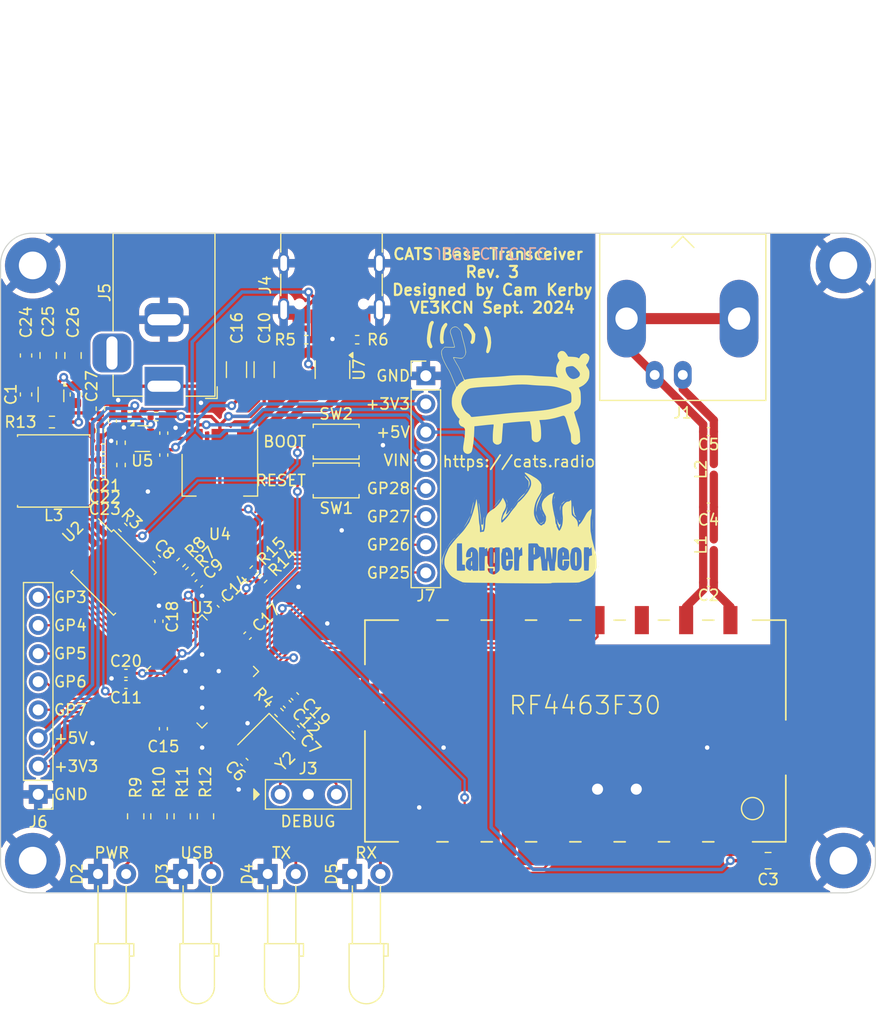
<source format=kicad_pcb>
(kicad_pcb (version 20240108) (generator "pcbnew") (generator_version "8.0")
  (layers (0 "F.Cu" signal) (31 "B.Cu" signal) (34 "B.Paste" user) (35 "F.Paste" user) (36 "B.SilkS" user "B.Silkscreen") (37 "F.SilkS" user "F.Silkscreen") (38 "B.Mask" user) (39 "F.Mask" user) (44 "Edge.Cuts" user))
  (net 0 "")
  (net 1 "+5V")
  (net 2 "SDN")
  (net 3 "GND")
  (net 4 "Net-(J1-In)")
  (net 8 "TX_LED")
  (net 9 "Net-(U6-ANT)")
  (net 10 "Net-(C4-Pad1)")
  (net 11 "Net-(U3-XIN)")
  (net 13 "RFGP0")
  (net 14 "Net-(C7-Pad1)")
  (net 15 "+3V3")
  (net 16 "+1V1")
  (net 17 "Net-(R3-Pad1)")
  (net 18 "Net-(J4-CC1)")
  (net 19 "D+")
  (net 20 "D-")
  (net 22 "Net-(J4-CC2)")
  (net 24 "QSPI_SS")
  (net 25 "USB_VBUS")
  (net 26 "Net-(U3-USB_DM)")
  (net 27 "Net-(U3-USB_DP)")
  (net 28 "Net-(U3-RUN)")
  (net 29 "QSPI_SD1")
  (net 30 "QSPI_SD2")
  (net 31 "QSPI_SD0")
  (net 32 "QSPI_CLK")
  (net 33 "QSPI_SD3")
  (net 34 "GP5")
  (net 35 "GP6")
  (net 38 "SWCLK")
  (net 39 "SWD")
  (net 40 "IRQ")
  (net 41 "SPI0_RX")
  (net 42 "SPI0_CSN")
  (net 43 "SPI0_SCK")
  (net 44 "SPI0_TX")
  (net 45 "RFGP1")
  (net 46 "Net-(D2-A)")
  (net 48 "GP7")
  (net 49 "GP25")
  (net 50 "GP26")
  (net 51 "GP27")
  (net 52 "GP28")
  (net 53 "VCC_VOLTS")
  (net 56 "GP3")
  (net 57 "GP4")
  (net 58 "Net-(D3-A)")
  (net 59 "Net-(D4-A)")
  (net 60 "RX_LED")
  (net 61 "USB_LED")
  (net 62 "GNDA")
  (net 64 "Net-(D5-A)")
  (net 66 "VCC")
  (net 67 "Net-(U3-XOUT)")
  (net 68 "Net-(U1-BST)")
  (net 69 "Net-(U1-SW)")
  (net 70 "REG_5V")
  (net 71 "Net-(U1-SS)")
  (net 72 "VFB")
  (net 73 "RT")
  (net 75 "Net-(U5-PR1)")
  (net 76 "MUX_ST")
  (net 77 "Net-(J4-D+-PadA6)")
  (net 78 "Net-(J4-D--PadA7)")
  (footprint "Capacitor_SMD:C_1206_3216Metric" (layer "F.Cu") (at 130.5 75 90)
    (property "Reference" "C10")
    (property "Value" "4.7uF" (hide yes))
  )
  (footprint "LOGO" (layer "F.Cu") (at 153.7 89.3)
    (property "Reference" "G***" (hide yes))
    (property "Value" "LOGO" (hide yes))
  )
  (footprint "MountingHole:MountingHole_2.5mm_Pad_TopBottom" (layer "F.Cu") (at 182.8 65.6)
    (property "Reference" "H2" (hide yes))
    (property "Value" "~")
  )
  (footprint "Resistor_SMD:R_0805_2012Metric" (layer "F.Cu") (at 118.9 115.3 90)
    (property "Reference" "R9")
    (property "Value" "220")
  )
  (footprint "Connector_Coaxial:BNC_Amphenol_B6252HB-NPP3G-50_Horizontal" (layer "F.Cu") (at 168.3 75.48)
    (property "Reference" "J1")
    (property "Value" "BNC")
  )
  (footprint "Capacitor_SMD:C_0402_1005Metric" (layer "F.Cu") (at 118.02 103.4 180)
    (property "Reference" "C11")
    (property "Value" "1uF")
  )
  (footprint "Capacitor_SMD:C_0402_1005Metric" (layer "F.Cu") (at 118.343446 79.229455 180)
    (property "Reference" "C30" (hide yes))
    (property "Value" "10uF")
  )
  (footprint "Resistor_SMD:R_0402_1005Metric" (layer "F.Cu") (at 123.8 93.2 45)
    (property "Reference" "R7")
    (property "Value" "27 or 22")
  )
  (footprint "Connector_PinHeader_2.54mm:PinHeader_1x08_P2.54mm_Vertical" (layer "F.Cu") (at 110.1 113.32 180)
    (property "Reference" "J6")
    (property "Value" "GPIO-1")
  )
  (footprint "Capacitor_SMD:C_0402_1005Metric" (layer "F.Cu") (at 129 99 45)
    (property "Reference" "C17")
    (property "Value" "100nF")
  )
  (footprint "Inductor_SMD:L_0402_1005Metric" (layer "F.Cu") (at 171.1 90.8 90)
    (property "Reference" "L1")
    (property "Value" "24nH")
  )
  (footprint "Package_TO_SOT_SMD:SOT-583-8" (layer "F.Cu") (at 111.25 77.24 -90)
    (property "Reference" "U1" (hide yes))
    (property "Value" "TPS62933" (hide yes))
  )
  (footprint "Capacitor_SMD:C_0402_1005Metric" (layer "F.Cu") (at 124.6 94.3 45)
    (property "Reference" "C9")
    (property "Value" "1uF")
  )
  (footprint "Capacitor_SMD:C_0402_1005Metric" (layer "F.Cu") (at 121.437246 82.709455 -90)
    (property "Reference" "C28" (hide yes))
    (property "Value" "10uF")
  )
  (footprint "Inductor_SMD:L_Sunlord_SWPA6020S" (layer "F.Cu") (at 111.493189 84.144638)
    (property "Reference" "L3")
    (property "Value" "6.8uH" (hide yes))
  )
  (footprint "Resistor_SMD:R_0402_1005Metric" (layer "F.Cu") (at 129.599117 93.081947 45)
    (property "Reference" "R15")
    (property "Value" "10.0K 1%")
  )
  (footprint "Resistor_SMD:R_0402_1005Metric" (layer "F.Cu") (at 115.711796 78.52 90)
    (property "Reference" "R2" (hide yes))
    (property "Value" "10.0K 1%" (hide yes))
  )
  (footprint "Button_Switch_SMD:SW_Push_SPST_NO_Alps_SKRK" (layer "F.Cu") (at 137 85 180)
    (property "Reference" "SW1")
    (property "Value" "RESET")
  )
  (footprint "Resistor_SMD:R_0402_1005Metric" (layer "F.Cu") (at 131.839376 105.939376 -45)
    (property "Reference" "R4")
    (property "Value" "1k")
  )
  (footprint "Resistor_SMD:R_0402_1005Metric" (layer "F.Cu") (at 117.742331 89.234816 135)
    (property "Reference" "R3")
    (property "Value" "1K")
  )
  (footprint "Capacitor_SMD:C_0402_1005Metric" (layer "F.Cu") (at 133.339411 107.439411 -45)
    (property "Reference" "C7")
    (property "Value" "27pF")
  )
  (footprint "Capacitor_SMD:C_0402_1005Metric" (layer "F.Cu") (at 170.62 87.4 180)
    (property "Reference" "C4")
    (property "Value" "13pF")
  )
  (footprint "Package_TO_SOT_SMD:SOT-23-6" (layer "F.Cu") (at 136.6675 75 -90)
    (property "Reference" "U7")
    (property "Value" "USBLC6-2SC6")
  )
  (footprint "Capacitor_SMD:C_0402_1005Metric" (layer "F.Cu") (at 116.798869 79.643916 90)
    (property "Reference" "C13" (hide yes))
    (property "Value" "10uF")
  )
  (footprint "Capacitor_SMD:C_0402_1005Metric" (layer "F.Cu") (at 116.003171 82.066607)
    (property "Reference" "C21")
    (property "Value" "22uF")
  )
  (footprint "Capacitor_SMD:C_0402_1005Metric" (layer "F.Cu") (at 116.003171 83.132078)
    (property "Reference" "C22")
    (property "Value" "22uF")
  )
  (footprint "Resistor_SMD:R_0402_1005Metric" (layer "F.Cu") (at 134.3 72.3 180)
    (property "Reference" "R5")
    (property "Value" "5.11K")
  )
  (footprint "Resistor_SMD:R_0402_1005Metric" (layer "F.Cu") (at 117.577462 83.605604 90)
    (property "Reference" "R18" (hide yes))
    (property "Value" "15.0K 1%")
  )
  (footprint "RF4463:RF4463F30" (layer "F.Cu") (at 148.6 98.6 90)
    (property "Reference" "U6" (hide yes))
    (property "Value" "RF4463F30")
  )
  (footprint "Capacitor_SMD:C_0402_1005Metric" (layer "F.Cu") (at 126.6 96.1 135)
    (property "Reference" "C14")
    (property "Value" "100nF")
  )
  (footprint "Package_TO_SOT_SMD:SOT-223-3_TabPin2" (layer "F.Cu") (at 126.5 84.5 -90)
    (property "Reference" "U4")
    (property "Value" "NCP1117-3.3_SOT223" (hide yes))
  )
  (footprint "Capacitor_SMD:C_0402_1005Metric" (layer "F.Cu") (at 121.437246 80.729455 90)
    (property "Reference" "C29" (hide yes))
    (property "Value" "10uF")
  )
  (footprint "Connector_PinHeader_2.54mm:PinHeader_1x03_P2.54mm_Vertical" (layer "F.Cu") (at 131.945 113.32 90)
    (property "Reference" "J3")
    (property "Value" "DEBUG")
  )
  (footprint "Crystal:Crystal_SMD_3225-4Pin_3.2x2.5mm" (layer "F.Cu") (at 130.7 108.6 -135)
    (property "Reference" "Y2")
    (property "Value" "C9002")
  )
  (footprint "Capacitor_SMD:C_0402_1005Metric" (layer "F.Cu") (at 133.272881 104.478094 -45)
    (property "Reference" "C19")
    (property "Value" "100nF")
  )
  (footprint "Resistor_SMD:R_0805_2012Metric" (layer "F.Cu") (at 125.2 115.3 90)
    (property "Reference" "R12")
    (property "Value" "220")
  )
  (footprint "LED_THT:LED_D3.0mm_Horizontal_O6.35mm_Z6.0mm" (layer "F.Cu") (at 115.5 120.5)
    (property "Reference" "D2")
    (property "Value" "LED")
  )
  (footprint "Resistor_SMD:R_0805_2012Metric" (layer "F.Cu") (at 123.1 115.3 90)
    (property "Reference" "R11")
    (property "Value" "220")
  )
  (footprint "Resistor_SMD:R_0402_1005Metric" (layer "F.Cu") (at 123 92.4 45)
    (property "Reference" "R8")
    (property "Value" "27 or 22")
  )
  (footprint "Capacitor_SMD:C_0603_1608Metric" (layer "F.Cu") (at 113.5 77.24 90)
    (property "Reference" "C27")
    (property "Value" "33nF" (hide yes))
  )
  (footprint "Capacitor_SMD:C_0402_1005Metric" (layer "F.Cu") (at 170.62 80.6 180)
    (property "Reference" "C5")
    (property "Value" "7.5pF")
  )
  (footprint "Package_SO:SOIC-8_5.23x5.23mm_P1.27mm" (layer "F.Cu") (at 116.9 93.3 -45)
    (property "Reference" "U2")
    (property "Value" "W25Q128JVS")
  )
  (footprint "Capacitor_SMD:C_0402_1005Metric" (layer "F.Cu") (at 120.8 92.1 135)
    (property "Reference" "C8")
    (property "Value" "100nF")
  )
  (footprint "LED_THT:LED_D3.0mm_Horizontal_O6.35mm_Z6.0mm" (layer "F.Cu") (at 123.18 120.5)
    (property "Reference" "D3")
    (property "Value" "LED")
  )
  (footprint "Capacitor_SMD:C_0402_1005Metric" (layer "F.Cu") (at 116.003171 84.19755)
    (property "Reference" "C23")
    (property "Value" "100nF")
  )
  (footprint "Capacitor_SMD:C_0805_2012Metric" (layer "F.Cu") (at 111 73.725 90)
    (property "Reference" "C25")
    (property "Value" "10uF" (hide yes))
  )
  (footprint "Resistor_SMD:R_0603_1608Metric" (layer "F.Cu") (at 111.3375 79.730782 180)
    (property "Reference" "R13")
    (property "Value" "0" (hide yes))
  )
  (footprint "Package_DFN_QFN:QFN-56-1EP_7x7mm_P0.4mm_EP3.2x3.2mm" (layer "F.Cu") (at 124.892202 102.231371 45)
    (property "Reference" "U3")
    (property "Value" "RP2040")
  )
  (footprint "Capacitor_SMD:C_0402_1005Metric" (layer "F.Cu") (at 128.7 110.4 -45)
    (property "Reference" "C6")
    (property "Value" "27pF")
  )
  (footprint "Inductor_SMD:L_0402_1005Metric" (layer "F.Cu") (at 171.1 84 90)
    (property "Reference" "L2")
    (property "Value" "24nH")
  )
  (footprint "Connector_PinHeader_2.54mm:PinHeader_1x08_P2.54mm_Vertical" (layer "F.Cu") (at 145.1 75.56)
    (property "Reference" "J7")
    (property "Value" "GPIO-2")
  )
  (footprint "Resistor_SMD:R_0402_1005Metric" (layer "F.Cu") (at 117.577462 81.598816 90)
    (property "Reference" "R17" (hide yes))
    (property "Value" "54.9K 1%")
  )
  (footprint "Capacitor_SMD:C_0805_2012Metric" (layer "F.Cu") (at 176 119.3)
    (property "Reference" "C3")
    (property "Value" "4.7uF")
  )
  (footprint "MountingHole:MountingHole_2.5mm_Pad_TopBottom" (layer "F.Cu") (at 109.6 119.3)
    (property "Reference" "H3" (hide yes))
    (property "Value" "~")
  )
  (footprint "Resistor_SMD:R_0402_1005Metric" (layer "F.Cu") (at 120.756938 79.229455)
    (property "Reference" "R19" (hide yes))
    (property "Value" "10K")
  )
  (footprint "Capacitor_SMD:C_0402_1005Metric" (layer "F.Cu") (at 118.02 102.4 180)
    (property "Reference" "C20")
    (property "Value" "100nF")
  )
  (footprint "Capacitor_SMD:C_0603_1608Metric" (layer "F.Cu") (at 109 73.725 90)
    (property "Reference" "C24")
    (property "Value" "100nF" (hide yes))
  )
  (footprint "Capacitor_SMD:C_0402_1005Metric" (layer "F.Cu") (at 121.4 107.4 -90)
    (property "Reference" "C15")
    (property "Value" "100nF")
  )
  (footprint "Resistor_SMD:R_0402_1005Metric" (layer "F.Cu") (at 130.365777 93.848607 -135)
    (property "Reference" "R14")
    (property "Value" "54.9K 1%")
  )
  (footprint "Resistor_SMD:R_0402_1005Metric" (layer "F.Cu") (at 115.711796 80.51 90)
    (property "Reference" "R1" (hide yes))
    (property "Value" "54.9K 1%" (hide yes))
  )
  (footprint "Capacitor_SMD:C_0402_1005Metric" (layer "F.Cu") (at 170.62 94.2 180)
    (property "Reference" "C2")
    (property "Value" "7.5pF")
  )
  (footprint "LOGO" (layer "F.Cu") (at 152.5 76.6)
    (property "Reference" "G***" (hide yes))
    (property "Value" "LOGO" (hide yes))
  )
  (footprint "Connector_USB:USB_C_Receptacle_G-Switch_GT-USB-7010ASV" (layer "F.Cu") (at 136.58 66.475 180)
    (property "Reference" "J4")
    (property "Value" "USB_C_Receptacle_USB2.0" (hide yes))
  )
  (footprint "Package_TO_SOT_SMD:SOT-583-8" (layer "F.Cu") (at 119.5 81.227631)
    (property "Reference" "U5")
    (property "Value" "TPS2116DRL")
  )
  (footprint "Connector_BarrelJack:BarrelJack_Horizontal" (layer "F.Cu") (at 121.4575 76.5 -90)
    (property "Reference" "J5")
    (property "Value" "DC IN")
  )
  (footprint "Capacitor_SMD:C_1206_3216Metric" (layer "F.Cu") (at 128 75 90)
    (property "Reference" "C16")
    (property "Value" "4.7uF" (hide yes))
  )
  (footprint "MountingHole:MountingHole_2.5mm_Pad_TopBottom" (layer "F.Cu") (at 182.8 119.3)
    (property "Reference" "H4" (hide yes))
    (property "Value" "~")
  )
  (footprint "Button_Switch_SMD:SW_Push_SPST_NO_Alps_SKRK" (layer "F.Cu") (at 137 81.5 180)
    (property "Reference" "SW2")
    (property "Value" "BOOT")
  )
  (footprint "Resistor_SMD:R_0805_2012Metric" (layer "F.Cu") (at 121 115.3 90)
    (property "Reference" "R10")
    (property "Value" "220")
  )
  (footprint "Capacitor_SMD:C_0402_1005Metric" (layer "F.Cu") (at 121 97.7 90)
    (property "Reference" "C18")
    (property "Value" "1uF")
  )
  (footprint "MountingHole:MountingHole_2.5mm_Pad_TopBottom" (layer "F.Cu") (at 109.6 65.6)
    (property "Reference" "H1" (hide yes))
    (property "Value" "~")
  )
  (footprint "Capacitor_SMD:C_0603_1608Metric" (layer "F.Cu") (at 109 77.24 -90)
    (property "Reference" "C1")
    (property "Value" "100nF" (hide yes))
  )
  (footprint "Capacitor_SMD:C_0805_2012Metric" (layer "F.Cu") (at 113.242104 73.727255 90)
    (property "Reference" "C26")
    (property "Value" "10uF" (hide yes))
  )
  (footprint "LED_THT:LED_D3.0mm_Horizontal_O6.35mm_Z6.0mm" (layer "F.Cu") (at 130.82 120.5)
    (property "Reference" "D4")
    (property "Value" "LED")
  )
  (footprint "LED_THT:LED_D3.0mm_Horizontal_O6.35mm_Z6.0mm" (layer "F.Cu") (at 138.46 120.5)
    (property "Reference" "D5")
    (property "Value" "LED")
  )
  (footprint "Capacitor_SMD:C_0402_1005Metric" (layer "F.Cu") (at 132.572881 105.178094 -45)
    (property "Reference" "C12")
    (property "Value" "100nF")
  )
  (footprint "Resistor_SMD:R_0402_1005Metric" (layer "F.Cu") (at 138.9 72.3 180)
    (property "Reference" "R6")
    (property "Value" "5.11K")
  )
  (gr_line (start 182.789385 122.206888) (end 109.6 122.206888) (stroke (width 0.1)) (layer "Edge.Cuts"))
  (gr_line (start 106.7 119.5) (end 106.7 65.6) (stroke (width 0.1)) (layer "Edge.Cuts"))
  (gr_arc (start 106.7 65.6) (mid 107.452834 63.589385) (end 109.406888 62.7) (stroke (width 0.1)) (layer "Edge.Cuts"))
  (gr_arc (start 109.6 122.206888) (mid 107.589385 121.454054) (end 106.7 119.5) (stroke (width 0.1)) (layer "Edge.Cuts"))
  (gr_arc (start 185.689385 119.5) (mid 184.8 121.454054) (end 182.789385 122.206888) (stroke (width 0.1)) (layer "Edge.Cuts"))
  (gr_line (start 109.406888 62.7) (end 182.8 62.693112) (stroke (width 0.1)) (layer "Edge.Cuts"))
  (gr_arc (start 182.8 62.693112) (mid 184.810615 63.445946) (end 185.7 65.4) (stroke (width 0.1)) (layer "Edge.Cuts"))
  (gr_line (start 185.689385 119.5) (end 185.7 65.4) (stroke (width 0.1)) (layer "Edge.Cuts"))
  (gr_text "JLCJLCJLCJLC" (at 145.7 63.9 180) (layer "B.SilkS") (effects (font (size 1 1)) (justify left bottom mirror)))
  (gr_text "+3V3" (at 143.77 78.1 0) (layer "F.SilkS") (effects (font (size 1 1)) (justify right)))
  (gr_text "GP28" (at 143.77 85.72 0) (layer "F.SilkS") (effects (font (size 1 1)) (justify right)))
  (gr_text "GP26" (at 143.77 90.8 0) (layer "F.SilkS") (effects (font (size 1 1)) (justify right)))
  (gr_text "RX" (at 139.71 118.6 0) (layer "F.SilkS") (effects (font (size 1 1))))
  (gr_text "GP27" (at 143.77 88.26 0) (layer "F.SilkS") (effects (font (size 1 1)) (justify right)))
  (gr_text "https://cats.radio" (at 153.5 83.3 0) (layer "F.SilkS") (effects (font (size 1 1))))
  (gr_text "+5V" (at 111.43 108.24 0) (layer "F.SilkS") (effects (font (size 1 1)) (justify left)))
  (gr_text "GND" (at 143.77 75.56 0) (layer "F.SilkS") (effects (font (size 1 1)) (justify right)))
  (gr_text "DEBUG" (at 131.88381 116.345073 0) (layer "F.SilkS") (effects (font (size 1 1)) (justify left bottom)))
  (gr_text "GND" (at 111.43 113.32 0) (layer "F.SilkS") (effects (font (size 1 1)) (justify left)))
  (gr_text "USB" (at 124.43 118.6 0) (layer "F.SilkS") (effects (font (size 1 1))))
  (gr_text "VIN" (at 143.77 83.18 0) (layer "F.SilkS") (effects (font (size 1 1)) (justify right)))
  (gr_text "BOOT" (at 132.353333 81.5 0) (layer "F.SilkS") (effects (font (size 1 1))))
  (gr_text "+3V3" (at 111.43 110.78 0) (layer "F.SilkS") (effects (font (size 1 1)) (justify left)))
  (gr_text "GP5" (at 111.43 100.62 0) (layer "F.SilkS") (effects (font (size 1 1)) (justify left)))
  (gr_text "PWR" (at 116.75 118.6 0) (layer "F.SilkS") (effects (font (size 1 1))))
  (gr_text "GP25" (at 143.77 93.34 0) (layer "F.SilkS") (effects (font (size 1 1)) (justify right)))
  (gr_text "RESET" (at 132 85 0) (layer "F.SilkS") (effects (font (size 1 1))))
  (gr_text "GP3" (at 111.43 95.54 0) (layer "F.SilkS") (effects (font (size 1 1)) (justify left)))
  (gr_text "TX" (at 132.07 118.6 0) (layer "F.SilkS") (effects (font (size 1 1))))
  (gr_text "+5V" (at 143.77 80.64 0) (layer "F.SilkS") (effects (font (size 1 1)) (justify right)))
  (gr_text "CATS Base Transceiver \nRev. 3\nDesigned by Cam Kerby\nVE3KCN Sept. 2024\n" (at 151.1 67 0) (layer "F.SilkS") (effects (font (size 1 1) (thickness 0.2) (bold yes))))
  (gr_text "GP6" (at 111.43 103.16 0) (layer "F.SilkS") (effects (font (size 1 1)) (justify left)))
  (gr_text "GP4" (at 111.43 98.08 0) (layer "F.SilkS") (effects (font (size 1 1)) (justify left)))
  (gr_text "GP7" (at 111.43 105.7 0) (layer "F.SilkS") (effects (font (size 1 1)) (justify left)))
  (segment (start 119.5 80.977631) (end 120.24 80.977631) (width 0.3) (layer "F.Cu") (net 1))
  (segment (start 120.24 80.977631) (end 121.205422 80.977631) (width 0.3) (layer "F.Cu") (net 1))
  (segment (start 124.629069 79.979455) (end 124.2 80.408524) (width 0.3) (layer "F.Cu") (net 1))
  (segment (start 121.437246 81.209455) (end 124.059455 81.209455) (width 0.3) (layer "F.Cu") (net 1))
  (segment (start 119.229455 79.229455) (end 119.5 79.5) (width 0.3) (layer "F.Cu") (net 1))
  (segment (start 118.823446 78.25) (end 118.823446 79.229455) (width 0.3) (layer "F.Cu") (net 1))
  (segment (start 121.205422 80.977631) (end 121.437246 81.209455) (width 0.3) (layer "F.Cu") (net 1))
  (segment (start 119.5 79.5) (end 119.5 80.977631) (width 0.3) (layer "F.Cu") (net 1))
  (segment (start 172.6 117.6) (end 172.6 119.3) (width 0.3) (layer "F.Cu") (net 1))
  (segment (start 124.059455 81.209455) (end 124.2 81.35) (width 0.3) (layer "F.Cu") (net 1))
  (segment (start 125.278093 79.979455) (end 124.629069 79.979455) (width 0.3) (layer "F.Cu") (net 1))
  (segment (start 124.2 80.408524) (end 124.2 81.35) (width 0.3) (layer "F.Cu") (net 1))
  (segment (start 109.6 107.8) (end 109.6 108.54) (width 0.2) (layer "F.Cu") (net 1))
  (segment (start 118.76 80.977631) (end 119.5 80.977631) (width 0.3) (layer "F.Cu") (net 1))
  (segment (start 118.823446 79.229455) (end 119.229455 79.229455) (width 0.3) (layer "F.Cu") (net 1))
  (segment (start 172.6 119.3) (end 175.05 119.3) (width 0.3) (layer "F.Cu") (net 1))
  (via (at 125.278093 79.979455) (size 0.8) (drill 0.4) (layers "F.Cu" "B.Cu") (net 1))
  (via (at 172.6 119.3) (size 0.8) (drill 0.4) (layers "F.Cu" "B.Cu") (net 1))
  (via (at 118.823446 78.25) (size 0.8) (drill 0.4) (layers "F.Cu" "B.Cu") (net 1))
  (segment (start 129.020545 79.979455) (end 130.4 78.6) (width 0.3) (layer "B.Cu") (net 1))
  (segment (start 171.8 120.1) (end 154.8 120.1) (width 0.3) (layer "B.Cu") (net 1))
  (segment (start 116.292894 78.5) (end 115.292894 79.5) (width 0.3) (layer "B.Cu") (net 1))
  (segment (start 115.292893 79.5) (end 115 79.792893) (width 0.3) (layer "B.Cu") (net 1))
  (segment (start 118.573446 78.5) (end 116.292894 78.5) (width 0.3) (layer "B.Cu") (net 1))
  (segment (start 115.292894 79.5) (end 115.292893 79.5) (width 0.3) (layer "B.Cu") (net 1))
  (segment (start 115 79.792893) (end 115 103.42929) (width 0.3) (layer "B.Cu") (net 1))
  (segment (start 154.8 120.1) (end 151 116.3) (width 0.3) (layer "B.Cu") (net 1))
  (segment (start 143.6 78.6) (end 145.1 80.1) (width 0.3) (layer "B.Cu") (net 1))
  (segment (start 148.54 80.64) (end 145.1 80.64) (width 0.3) (layer "B.Cu") (net 1))
  (segment (start 145.1 80.1) (end 145.1 80.64) (width 0.3) (layer "B.Cu") (net 1))
  (segment (start 151 116.3) (end 151 83.1) (width 0.3) (layer "B.Cu") (net 1))
  (segment (start 125.278093 79.979455) (end 129.020545 79.979455) (width 0.3) (layer "B.Cu") (net 1))
  (segment (start 130.4 78.6) (end 143.6 78.6) (width 0.3) (layer "B.Cu") (net 1))
  (segment (start 118.823446 78.25) (end 118.573446 78.5) (width 0.3) (layer "B.Cu") (net 1))
  (segment (start 110.18929 108.24) (end 110.1 108.24) (width 0.3) (layer "B.Cu") (net 1))
  (segment (start 151 83.1) (end 148.54 80.64) (width 0.3) (layer "B.Cu") (net 1))
  (segment (start 172.6 119.3) (end 171.8 120.1) (width 0.3) (layer "B.Cu") (net 1))
  (segment (start 115 103.42929) (end 110.18929 108.24) (width 0.3) (layer "B.Cu") (net 1))
  (segment (start 143.3 120) (end 140.775 117.475) (width 0.2) (layer "F.Cu") (net 2))
  (segment (start 156.6 119.15) (end 155.75 120) (width 0.2) (layer "F.Cu") (net 2))
  (segment (start 126.3 113.699999) (end 126.3 107.316124) (width 0.2) (layer "F.Cu") (net 2))
  (segment (start 126.3 107.316124) (end 125.484404 106.500528) (width 0.2) (layer "F.Cu") (net 2))
  (segment (start 156.6 117.6) (end 156.6 119.15) (width 0.2) (layer "F.Cu") (net 2))
  (segment (start 140.775 117.475) (end 130.075 117.475) (width 0.2) (layer "F.Cu") (net 2))
  (segment (start 130.075 117.475) (end 126.3 113.699999) (width 0.2) (layer "F.Cu") (net 2))
  (segment (start 155.75 120) (end 143.3 120) (width 0.2) (layer "F.Cu") (net 2))
  (segment (start 132.326346 108.6) (end 132.857644 108.6) (width 0.3) (layer "F.Cu") (net 3))
  (segment (start 121.437246 80.249455) (end 122.5 80.249455) (width 0.3) (layer "F.Cu") (net 3))
  (segment (start 124.9 103.7) (end 124.9 103.5) (width 0.2) (layer "F.Cu") (net 3))
  (segment (start 124.892202 103.492202) (end 124.892202 102.231371) (width 0.2) (layer "F.Cu") (net 3))
  (segment (start 129.339411 98.260589) (end 129.9 97.7) (width 0.25) (layer "F.Cu") (net 3))
  (segment (start 125.1 105.5) (end 124.9 105.5) (width 0.2) (layer "F.Cu") (net 3))
  (segment (start 129.321142 108.776777) (end 129.278984 108.818935) (width 0.25) (layer "F.Cu") (net 3))
  (segment (start 133.612292 104.817505) (end 134.251819 104.817505) (width 0.2) (layer "F.Cu") (net 3))
  (segment (start 121.38 70.625) (end 120.78 70.025) (width 0.2) (layer "F.Cu") (net 3))
  (segment (start 122.7 70.181726) (end 122.75 70.131726) (width 0.2) (layer "F.Cu") (net 3))
  (segment (start 124.9 103.5) (end 124.892202 103.492202) (width 0.2) (layer "F.Cu") (net 3))
  (segment (start 132.857644 108.6) (end 133.678822 107.778822) (width 0.3) (layer "F.Cu") (net 3))
  (segment (start 134.251819 104.817505) (end 134.467157 105.032843) (width 0.2) (layer "F.Cu") (net 3))
  (segment (start 118.76 80.477631) (end 118.091717 80.477631) (width 0.3) (layer "F.Cu") (net 3))
  (segment (start 129.321142 108.776777) (end 129 108.455635) (width 0.25) (layer "F.Cu") (net 3))
  (segment (start 125.1 103.7) (end 124.9 103.7) (width 0.2) (layer "F.Cu") (net 3))
  (segment (start 118.091717 80.477631) (end 117.835926 80.22184) (width 0.3) (layer "F.Cu") (net 3))
  (segment (start 134.485 113.32) (end 134.867528 113.32) (width 0.2) (layer "F.Cu") (net 3))
  (segment (start 129.039411 110.739411) (end 129.039411 111.839411) (width 0.25) (layer "F.Cu") (net 3))
  (segment (start 121.9 70.625) (end 121.38 70.625) (width 0.2) (layer "F.Cu") (net 3))
  (segment (start 126.238281 104.991661) (end 125.608339 104.991661) (width 0.2) (layer "F.Cu") (net 3))
  (segment (start 116.483171 81.629873) (end 116.483171 82.066607) (width 0.3) (layer "F.Cu") (net 3))
  (segment (start 132.912292 106.316275) (end 132.912292 105.517505) (width 0.2) (layer "F.Cu") (net 3))
  (segment (start 139.41 72) (end 139.328924 72) (width 0.2) (layer "F.Cu") (net 3))
  (segment (start 129.339411 98.660589) (end 129.339411 98.260589) (width 0.25) (layer "F.Cu") (net 3))
  (segment (start 122.7 70.181726) (end 122.7 70) (width 0.2) (layer "F.Cu") (net 3))
  (segment (start 121 97.22) (end 121 96.3) (width 0.2) (layer "F.Cu") (net 3))
  (segment (start 132.538478 108.387868) (end 132.326346 108.6) (width 0.3) (layer "F.Cu") (net 3))
  (segment (start 129.073654 108.6) (end 128.861522 108.812132) (width 0.3) (layer "F.Cu") (net 3))
  (segment (start 125.608339 104.991661) (end 125.1 105.5) (width 0.2) (layer "F.Cu") (net 3))
  (segment (start 126.615775 105.369157) (end 126.238281 104.991661) (width 0.2) (layer "F.Cu") (net 3))
  (segment (start 133.03407 106.438053) (end 132.912292 106.316275) (width 0.2) (layer "F.Cu") (net 3))
  (segment (start 132.326346 108.6) (end 129.073654 108.6) (width 0.5) (layer "F.Cu") (net 3))
  (segment (start 129 108.455635) (end 129 106.9) (width 0.25) (layer "F.Cu") (net 3))
  (segment (start 117.835926 80.22184) (end 117.863446 80.19432) (width 0.3) (layer "F.Cu") (net 3))
  (segment (start 117.863446 80.19432) (end 117.863446 79.229455) (width 0.3) (layer "F.Cu") (net 3))
  (segment (start 132.912292 105.517505) (end 133.612292 104.817505) (width 0.2) (layer "F.Cu") (net 3))
  (segment (start 136.6675 72.234132) (end 136.6675 73.8625) (width 0.2) (layer "F.Cu") (net 3))
  (segment (start 116.684802 81.428242) (end 116.483171 81.629873) (width 0.3) (layer "F.Cu") (net 3))
  (segment (start 110.5 76.5) (end 110.5 75.525) (width 0.3) (layer "F.Cu") (net 3))
  (via (at 117.835926 80.22184) (size 0.8) (drill 0.4) (layers "F.Cu" "B.Cu") (net 3))
  (via (at 124.9 109.1) (size 0.8) (drill 0.4) (layers "F.Cu" "B.Cu") (net 3))
  (via (at 124.9 95.4) (size 0.8) (drill 0.4) (layers "F.Cu" "B.Cu") (net 3))
  (via (at 122.5 80.249455) (size 0.8) (drill 0.4) (layers "F.Cu" "B.Cu") (net 3))
  (via (at 116.684802 81.428242) (size 0.8) (drill 0.4) (layers "F.Cu" "B.Cu") (net 3))
  (via (at 124.793248 77.998567) (size 0.8) (drill 0.4) (layers "F.Cu" "B.Cu") (net 3))
  (via (at 129 106.9) (size 0.8) (drill 0.4) (layers "F.Cu" "B.Cu") (net 3))
  (via (at 128.199408 112.878313) (size 0.8) (drill 0.4) (layers "F.Cu" "B.Cu") (net 3))
  (via (at 136.2 97.9) (size 0.8) (drill 0.4) (layers "F.Cu" "B.Cu") (net 3))
  (via (at 115 108.7) (size 0.8) (drill 0.4) (layers "F.Cu" "B.Cu") (net 3))
  (via (at 126.4 102.2) (size 0.8) (drill 0.4) (layers "F.Cu" "B.Cu") (net 3))
  (via (at 124.9 105.5) (size 0.8) (drill 0.4) (layers "F.Cu" "B.Cu") (net 3))
  (via (at 124.9 100.7) (size 0.8) (drill 0.4) (layers "F.Cu" "B.Cu") (net 3))
  (via (at 133.6 94.6) (size 0.8) (drill 0.4) (layers "F.Cu" "B.Cu") (net 3))
  (via (at 116.716728 102.857156) (size 0.8) (drill 0.4) (layers "F.Cu" "B.Cu") (net 3))
  (via (at 141.222893 81.817575) (size 0.8) (drill 0.4) (layers "F.Cu" "B.Cu") (net 3))
  (via (at 121 96.3) (size 0.8) (drill 0.4) (layers "F.Cu" "B.Cu") (net 3))
  (via (at 170.5 109.1) (size 0.8) (drill 0.4) (layers "F.Cu" "B.Cu") (net 3))
  (via (at 144.5 114.5) (size 0.8) (drill 0.4) (layers "F.Cu" "B.Cu") (net 3))
  (via (at 120 86) (size 0.8) (drill 0.4) (layers "F.Cu" "B.Cu") (net 3))
  (via (at 117.320259 77.75) (size 0.8) (drill 0.4) (layers "F.Cu" "B.Cu") (net 3))
  (via (at 124.9 103.7) (size 0.8) (drill 0.4) (layers "F.Cu" "B.Cu") (net 3))
  (via (at 146.7 109.1) (size 0.8) (drill 0.4) (layers "F.Cu" "B.Cu") (net 3))
  (via (at 137.5 89.5) (size 0.8) (drill 0.4) (layers "F.Cu" "B.Cu") (net 3))
  (via (at 136.6675 72.234132) (size 0.8) (drill 0.4) (layers "F.Cu" "B.Cu") (net 3))
  (via (at 123.4 102.2) (size 0.8) (drill 0.4) (layers "F.Cu" "B.Cu") (net 3))
  (segment (start 171.1 83.515) (end 171.1 80.6) (width 0.75) (layer "F.Cu") (net 4))
  (segment (start 171.1 79.556498) (end 168.3 76.756498) (width 0.75) (layer "F.Cu") (net 4))
  (segment (start 171.1 80.6) (end 171.1 79.556498) (width 0.75) (layer "F.Cu") (net 4))
  (segment (start 168.3 76.756498) (end 168.3 75.48) (width 0.75) (layer "F.Cu") (net 4))
  (segment (start 123.1 106.569158) (end 123.1 114.3) (width 0.2) (layer "F.Cu") (net 8))
  (segment (start 123.734315 105.934843) (end 123.1 106.569158) (width 0.2) (layer "F.Cu") (net 8))
  (segment (start 171.1 94.9) (end 171.1 94.2) (width 0.75) (layer "F.Cu") (net 9))
  (segment (start 172.6 96.4) (end 171.1 94.9) (width 0.75) (layer "F.Cu") (net 9))
  (segment (start 171.1 94.2) (end 171.1 91.285) (width 0.75) (layer "F.Cu") (net 9))
  (segment (start 172.6 97.6) (end 172.6 96.4) (width 0.75) (layer "F.Cu") (net 9))
  (segment (start 171.1 87.4) (end 171.1 84.485) (width 0.75) (layer "F.Cu") (net 10))
  (segment (start 171.1 90.315) (end 171.1 87.4) (width 0.75) (layer "F.Cu") (net 10))
  (segment (start 128.1 106.287698) (end 128.1 109.8) (width 0.2) (layer "F.Cu") (net 11))
  (segment (start 130.273832 110.228249) (end 130.523223 109.978858) (width 0.2) (layer "F.Cu") (net 11))
  (segment (start 130.105024 110.438478) (end 130.487868 110.438478) (width 0.2) (layer "F.Cu") (net 11))
  (segment (start 130.298097 110.628249) (end 130.487868 110.438478) (width 0.2) (layer "F.Cu") (net 11))
  (segment (start 128.1 109.8) (end 128.360589 110.060589) (width 0.2) (layer "F.Cu") (net 11))
  (segment (start 130.441492 110.060589) (end 130.523223 109.978858) (width 0.2) (layer "F.Cu") (net 11))
  (segment (start 126.898617 105.086315) (end 128.1 106.287698) (width 0.2) (layer "F.Cu") (net 11))
  (segment (start 128.360589 110.060589) (end 130.441492 110.060589) (width 0.2) (layer "F.Cu") (net 11))
  (segment (start 129.2721 103.5) (end 129.657132 103.5) (width 0.2) (layer "F.Cu") (net 13))
  (segment (start 160.6 99.1) (end 160.6 97.6) (width 0.2) (layer "F.Cu") (net 13))
  (segment (start 128.878516 103.106416) (end 129.2721 103.5) (width 0.2) (layer "F.Cu") (net 13))
  (segment (start 129.657132 103.5) (end 133.057132 100.1) (width 0.2) (layer "F.Cu") (net 13))
  (segment (start 159.6 100.1) (end 160.6 99.1) (width 0.2) (layer "F.Cu") (net 13))
  (segment (start 133.057132 100.1) (end 159.6 100.1) (width 0.2) (layer "F.Cu") (net 13))
  (segment (start 133 107.1) (end 132.2 106.3) (width 0.25) (layer "F.Cu") (net 14))
  (segment (start 130.876777 107.221142) (end 131.278858 107.221142) (width 0.25) (layer "F.Cu") (net 14))
  (segment (start 131.278858 107.221142) (end 132.2 106.3) (width 0.25) (layer "F.Cu") (net 14))
  (segment (start 111.3 107.8) (end 111.3 109.58) (width 0.2) (layer "F.Cu") (net 15))
  (segment (start 122.021837 99.078163) (end 122.602944 99.65927) (width 0.2) (layer "F.Cu") (net 15))
  (segment (start 126.5 80) (end 127.284554 79.215446) (width 0.3) (layer "F.Cu") (net 15))
  (segment (start 128.029988 100.507798) (end 128.660589 99.877197) (width 0.2) (layer "F.Cu") (net 15))
  (segment (start 121.7 98.19064) (end 122.885787 99.376427) (width 0.2) (layer "F.Cu") (net 15))
  (segment (start 126.5 80) (end 126.5 81.35) (width 0.3) (layer "F.Cu") (net 15))
  (segment (start 122.320101 99.376427) (end 122.021837 99.078163) (width 0.2) (layer "F.Cu") (net 15))
  (segment (start 130.40729 105.59271) (end 131.5 104.5) (width 0.2) (layer "F.Cu") (net 15))
  (segment (start 128.998101 87.65) (end 126.5 87.65) (width 0.2) (layer "F.Cu") (net 15))
  (segment (start 128.89483 95.139486) (end 127.594905 96.439411) (width 0.2) (layer "F.Cu") (net 15))
  (segment (start 111.3 109.58) (end 110.1 110.78) (width 0.2) (layer "F.Cu") (net 15))
  (segment (start 131.894787 104.5) (end 132.23347 104.838683) (width 0.2) (layer "F.Cu") (net 15))
  (segment (start 124.3 97.962214) (end 124.562214 97.7) (width 0.2) (layer "F.Cu") (net 15))
  (segment (start 126.939411 96.507207) (end 126.939411 96.439411) (width 0.2) (layer "F.Cu") (net 15))
  (segment (start 129.065992 87.582109) (end 128.998101 87.65) (width 0.2) (layer "F.Cu") (net 15))
  (segment (start 123.546126 104.70367) (end 123.546126 104.991664) (width 0.2) (layer "F.Cu") (net 15))
  (segment (start 127.594905 96.439411) (end 126.939411 96.439411) (width 0.2) (layer "F.Cu") (net 15))
  (segment (start 125 87.6) (end 125.8 86.8) (width 0.2) (layer "F.Cu") (net 15))
  (segment (start 128.536384 105.59271) (end 130.40729 105.59271) (width 0.2) (layer "F.Cu") (net 15))
  (segment (start 125.5 87.3) (end 126 86.8) (width 0.2) (layer "F.Cu") (net 15))
  (segment (start 123.168629 105.369157) (end 121.837786 106.7) (width 0.2) (layer "F.Cu") (net 15))
  (segment (start 120.792623 94.498546) (end 120.792623 94.492623) (width 0.2) (layer "F.Cu") (net 15))
  (segment (start 120.3 94.005923) (end 120.3 93.278822) (width 0.2) (layer "F.Cu") (net 15))
  (segment (start 125.106908 98.806908) (end 125.106908 98.339708) (width 0.2) (layer "F.Cu") (net 15))
  (segment (start 127.464303 104.520629) (end 126.743674 103.8) (width 0.2) (layer "F.Cu") (net 15))
  (segment (start 125.22219 97.7) (end 125.484404 97.962214) (width 0.2) (layer "F.Cu") (net 15))
  (segment (start 121 98.18) (end 121.123674 98.18) (width 0.2) (layer "F.Cu") (net 15))
  (segment (start 120.3 93.278822) (end 121.139411 92.439411) (width 0.2) (layer "F.Cu") (net 15))
  (segment (start 124.017157 98.245057) (end 124.4 98.6279) (width 0.2) (layer "F.Cu") (net 15))
  (segment (start 121.7 95.42648) (end 120.792623 94.519103) (width 0.2) (layer "F.Cu") (net 15))
  (segment (start 127.185292 100.885292) (end 125.106908 98.806908) (width 0.2) (layer "F.Cu") (net 15))
  (segment (start 124.562214 97.7) (end 125.22219 97.7) (width 0.2) (layer "F.Cu") (net 15))
  (segment (start 126.1 103.8) (end 125.1 104.8) (width 0.2) (layer "F.Cu") (net 15))
  (segment (start 117.38 110.78) (end 118.9 112.3) (width 0.2) (layer "F.Cu") (net 15))
  (segment (start 121.7 95.42648) (end 121.7 98.19064) (width 0.2) (layer "F.Cu") (net 15))
  (segment (start 121.266938 79.229455) (end 123 79.229455) (width 0.3) (layer "F.Cu") (net 15))
  (segment (start 125.729455 79.229455) (end 126.5 80) (width 0.3) (layer "F.Cu") (net 15))
  (segment (start 110.1 110.78) (end 117.38 110.78) (width 0.2) (layer "F.Cu") (net 15))
  (segment (start 125.106908 98.339708) (end 125.484404 97.962214) (width 0.2) (layer "F.Cu") (net 15))
  (segment (start 128.029988 100.507798) (end 127.652492 100.885292) (width 0.2) (layer "F.Cu") (net 15))
  (segment (start 123 79.229455) (end 125.729455 79.229455) (width 0.3) (layer "F.Cu") (net 15))
  (segment (start 124.4 98.6279) (end 124.4 99.1) (width 0.2) (layer "F.Cu") (net 15))
  (segment (start 120.623045 102.823573) (end 121.000539 102.446077) (width 0.2) (layer "F.Cu") (net 15))
  (segment (start 112.4 106.7) (end 111.3 107.8) (width 0.2) (layer "F.Cu") (net 15))
  (segment (start 128.660589 99.877197) (end 128.660589 99.339411) (width 0.2) (layer "F.Cu") (net 15))
  (segment (start 121.837786 106.7) (end 112.4 106.7) (width 0.2) (layer "F.Cu") (net 15))
  (segment (start 120.792623 94.519103) (end 120.792623 94.498546) (width 0.2) (layer "F.Cu") (net 15))
  (segment (start 123.737786 104.8) (end 123.168629 105.369157) (width 0.2) (layer "F.Cu") (net 15))
  (segment (start 120.792623 94.498546) (end 120.3 94.005923) (width 0.2) (layer "F.Cu") (net 15))
  (segment (start 127.652492 100.885292) (end 127.185292 100.885292) (width 0.2) (layer "F.Cu") (net 15))
  (segment (start 124.017157 98.245057) (end 124.3 97.962214) (width 0.2) (layer "F.Cu") (net 15))
  (segment (start 127.464303 104.520629) (end 128.536384 105.59271) (width 0.2) (layer "F.Cu") (net 15))
  (segment (start 122.885787 99.376427) (end 122.320101 99.376427) (width 0.2) (layer "F.Cu") (net 15))
  (segment (start 124.4 99.1) (end 123.746076 99.753924) (width 0.2) (layer "F.Cu") (net 15))
  (segment (start 120.046618 103.4) (end 118.5 103.4) (width 0.2) (layer "F.Cu") (net 15))
  (segment (start 125.1 104.8) (end 123.737786 104.8) (width 0.2) (layer "F.Cu") (net 15))
  (segment (start 118.9 112.3) (end 118.9 114.3) (width 0.2) (layer "F.Cu") (net 15))
  (segment (start 130.5 78) (end 130.5 76.475) (width 0.3) (layer "F.Cu") (net 15))
  (segment (start 125.484404 97.962214) (end 126.939411 96.507207) (width 0.2) (layer "F.Cu") (net 15))
  (segment (start 127.284554 79.215446) (end 129.284554 79.215446) (width 0.3) (layer "F.Cu") (net 15))
  (segment (start 121.288533 102.446077) (end 123.546126 104.70367) (width 0.2) (layer "F.Cu") (net 15))
  (segment (start 123.746076 99.753924) (end 123.26328 99.753924) (width 0.2) (layer "F.Cu") (net 15))
  (segment (start 121.123674 98.18) (end 122.021837 99.078163) (width 0.2) (layer "F.Cu") (net 15))
  (segment (start 126.5 81.35) (end 126.5 87.65) (width 0.3) (layer "F.Cu") (net 15))
  (segment (start 126.743674 103.8) (end 126.1 103.8) (width 0.2) (layer "F.Cu") (net 15))
  (segment (start 123.26328 99.753924) (end 123.26328 99.75392) (width 0.2) (layer "F.Cu") (net 15))
  (segment (start 129.284554 79.215446) (end 130.5 78) (width 0.3) (layer "F.Cu") (net 15))
  (segment (start 120.623045 102.823573) (end 120.046618 103.4) (width 0.2) (layer "F.Cu") (net 15))
  (segment (start 123.168633 105.369157) (end 123.546126 104.991664) (width 0.2) (layer "F.Cu") (net 15))
  (segment (start 123.168629 105.369157) (end 123.168633 105.369157) (width 0.2) (layer "F.Cu") (net 15))
  (segment (start 121.000539 102.446077) (end 121.288533 102.446077) (width 0.2) (layer "F.Cu") (net 15))
  (segment (start 123.26328 99.75392) (end 122.885787 99.376427) (width 0.2) (layer "F.Cu") (net 15))
  (segment (start 131.5 104.5) (end 131.894787 104.5) (width 0.2) (layer "F.Cu") (net 15))
  (segment (start 128.89483 94.715222) (end 128.89483 95.139486) (width 0.2) (layer "F.Cu") (net 15))
  (via (at 128.89483 94.715222) (size 0.8) (drill 0.4) (layers "F.Cu" "B.Cu") (net 15))
  (via (at 123 79.229455) (size 0.8) (drill 0.4) (layers "F.Cu" "B.Cu") (net 15))
  (via (at 127.284554 79.215446) (size 0.8) (drill 0.4) (layers "F.Cu" "B.Cu") (net 15))
  (via (at 129.065992 87.582109) (size 0.8) (drill 0.4) (layers "F.Cu" "B.Cu") (net 15))
  (segment (start 122.770545 79) (end 123 79.229455) (width 0.3) (layer "B.Cu") (net 15))
  (segment (start 115.5 80) (end 116.5 79) (width 0.3) (layer "B.Cu") (net 15))
  (segment (start 116.5 79) (end 122.770545 79) (width 0.3) (layer "B.Cu") (net 15))
  (segment (start 115.5 103.636396) (end 115.5 80) (width 0.3) (layer "B.Cu") (net 15))
  (segment (start 128.89483 94.715222) (end 130.134006 93.476046) (width 0.2) (layer "B.Cu") (net 15))
  (segment (start 112.5 108.38) (end 112.5 106.636396) (width 0.3) (layer "B.Cu") (net 15))
  (segment (start 130.134006 93.476046) (end 130.134006 88.650123) (width 0.2) (layer "B.Cu") (net 15))
  (segment (start 110.1 110.78) (end 110.22 110.78) (width 0.5) (layer "B.Cu") (net 15))
  (segment (start 145.1 78.1) (end 130.192893 78.1) (width 0.3) (layer "B.Cu") (net 15))
  (segment (start 130.134006 88.650123) (end 129.065992 87.582109) (width 0.2) (layer "B.Cu") (net 15))
  (segment (start 112.5 106.636396) (end 115.5 103.636396) (width 0.3) (layer "B.Cu") (net 15))
  (segment (start 110.1 110.78) (end 112.5 108.38) (width 0.3) (layer "B.Cu") (net 15))
  (segment (start 130.192893 78.1) (end 129.077447 79.215446) (width 0.3) (layer "B.Cu") (net 15))
  (segment (start 129.077447 79.215446) (end 127.284554 79.215446) (width 0.3) (layer "B.Cu") (net 15))
  (segment (start 127.3 102.510579) (end 127.454944 102.355635) (width 0.2) (layer "F.Cu") (net 16))
  (segment (start 124.260589 94.639411) (end 124.260589 94.739411) (width 0.25) (layer "F.Cu") (net 16))
  (segment (start 122.9 97.693584) (end 122.9 96.1) (width 0.2) (layer "F.Cu") (net 16))
  (segment (start 123.7 100.6) (end 123.1 100.6) (width 0.2) (layer "F.Cu") (net 16))
  (segment (start 123.734315 98.527899) (end 122.9 97.693584) (width 0.2) (layer "F.Cu") (net 16))
  (segment (start 130.243237 105.191077) (end 131.616745 103.817569) (width 0.2) (layer "F.Cu") (net 16))
  (segment (start 124.631371 99.668629) (end 123.7 100.6) (width 0.2) (layer "F.Cu") (net 16))
  (segment (start 124.260589 94.739411) (end 123.64975 95.35025) (width 0.25) (layer "F.Cu") (net 16))
  (segment (start 122.9 96.1) (end 123.64975 95.35025) (width 0.2) (layer "F.Cu") (net 16))
  (segment (start 125.368629 99.668629) (end 124.631371 99.668629) (width 0.2) (layer "F.Cu") (net 16))
  (segment (start 118.5 102.4) (end 119.5 102.4) (width 0.25) (layer "F.Cu") (net 16))
  (segment (start 122.977988 100.6) (end 123.1 100.6) (width 0.2) (layer "F.Cu") (net 16))
  (segment (start 127.747146 104.237786) (end 127.3 103.79064) (width 0.2) (layer "F.Cu") (net 16))
  (segment (start 127.454944 101.754944) (end 125.368629 99.668629) (width 0.2) (layer "F.Cu") (net 16))
  (segment (start 132.612356 103.817569) (end 132.93347 104.138683) (width 0.2) (layer "F.Cu") (net 16))
  (segment (start 122.320101 99.942113) (end 122.977988 100.6) (width 0.2) (layer "F.Cu") (net 16))
  (segment (start 127.3 103.79064) (end 127.3 102.510579) (width 0.2) (layer "F.Cu") (net 16))
  (segment (start 127.747146 104.237786) (end 128.700437 105.191077) (width 0.2) (layer "F.Cu") (net 16))
  (segment (start 127.454944 102.355635) (end 127.454944 101.754944) (width 0.2) (layer "F.Cu") (net 16))
  (segment (start 131.616745 103.817569) (end 132.612356 103.817569) (width 0.2) (layer "F.Cu") (net 16))
  (segment (start 128.700437 105.191077) (end 130.243237 105.191077) (width 0.2) (layer "F.Cu") (net 16))
  (via (at 123.1 100.6) (size 0.8) (drill 0.4) (layers "F.Cu" "B.Cu") (net 16))
  (via (at 119.5 102.4) (size 0.8) (drill 0.4) (layers "F.Cu" "B.Cu") (net 16))
  (via (at 123.64975 95.35025) (size 0.8) (drill 0.4) (layers "F.Cu" "B.Cu") (net 16))
  (segment (start 124.3 100) (end 123.7 100.6) (width 0.2) (layer "B.Cu") (net 16))
  (segment (start 123.7 100.6) (end 123.1 100.6) (width 0.2) (layer "B.Cu") (net 16))
  (segment (start 119.5 102.4) (end 121.3 102.4) (width 0.25) (layer "B.Cu") (net 16))
  (segment (start 121.3 102.4) (end 123.1 100.6) (width 0.25) (layer "B.Cu") (net 16))
  (segment (start 124.3 96.0005) (end 124.3 100) (width 0.2) (layer "B.Cu") (net 16))
  (segment (start 123.64975 95.35025) (end 124.3 96.0005) (width 0.2) (layer "B.Cu") (net 16))
  (segment (start 119.492485 89.992485) (end 118.5 89.992485) (width 0.2) (layer "F.Cu") (net 17))
  (segment (start 133.5 82.5) (end 133.5 82) (width 0.2) (layer "F.Cu") (net 17))
  (segment (start 118.5 89.992485) (end 118.102955 89.59544) (width 0.2) (layer "F.Cu") (net 17))
  (segment (start 119.5 90) (end 119.492485 89.992485) (width 0.2) (layer "F.Cu") (net 17))
  (segment (start 134 81.5) (end 134.9 81.5) (width 0.2) (layer "F.Cu") (net 17))
  (segment (start 133.5 82) (end 134 81.5) (width 0.2) (layer "F.Cu") (net 17))
  (via (at 119.5 90) (size 0.8) (drill 0.4) (layers "F.Cu" "B.Cu") (net 17))
  (via (at 133.5 82.5) (size 0.8) (drill 0.4) (layers "F.Cu" "B.Cu") (net 17))
  (segment (start 119.5 90) (end 124.5 85) (width 0.2) (layer "B.Cu") (net 17))
  (segment (start 132 85) (end 133.5 83.5) (width 0.2) (layer "B.Cu") (net 17))
  (segment (start 133.5 83.5) (end 133.5 82.5) (width 0.2) (layer "B.Cu") (net 17))
  (segment (start 124.5 85) (end 132 85) (width 0.2) (layer "B.Cu") (net 17))
  (segment (start 138.39 72.3) (end 138.1 72.3) (width 0.2) (layer "F.Cu") (net 18))
  (segment (start 138.1 72.3) (end 138 72.2) (width 0.2) (layer "F.Cu") (net 18))
  (segment (start 138 71.12) (end 137.83 70.95) (width 0.2) (layer "F.Cu") (net 18))
  (segment (start 138 72.2) (end 138 71.12) (width 0.2) (layer "F.Cu") (net 18))
  (segment (start 137.83 70.95) (end 137.83 70.2) (width 0.2) (layer "F.Cu") (net 18))
  (segment (start 126 89.5) (end 129 89.5) (width 0.75) (layer "F.Cu") (net 19))
  (segment (start 123.460624 92.039376) (end 126 89.5) (width 0.75) (layer "F.Cu") (net 19))
  (segment (start 131.188122 79.811877) (end 133.499999 77.5) (width 0.75) (layer "F.Cu") (net 19))
  (segment (start 135.7175 76.907585) (end 135.7175 76.1375) (width 0.75) (layer "F.Cu") (net 19))
  (segment (start 123.360624 92.039376) (end 123.460624 92.039376) (width 0.75) (layer "F.Cu") (net 19))
  (segment (start 135.125085 77.5) (end 135.7175 76.907585) (width 0.75) (layer "F.Cu") (net 19))
  (segment (start 129 89.5) (end 131.188122 87.311878) (width 0.75) (layer "F.Cu") (net 19))
  (segment (start 133.499999 77.5) (end 135.125085 77.5) (width 0.75) (layer "F.Cu") (net 19))
  (segment (start 131.188122 87.311878) (end 131.188122 79.811877) (width 0.75) (layer "F.Cu") (net 19))
  (segment (start 124.160624 92.839376) (end 124.160624 92.682878) (width 0.75) (layer "F.Cu") (net 20))
  (segment (start 136.04696 78.45) (end 137.6175 76.87946) (width 0.75) (layer "F.Cu") (net 20))
  (segment (start 124.160624 92.682878) (end 126.393502 90.45) (width 0.75) (layer "F.Cu") (net 20))
  (segment (start 133.893502 78.45) (end 136.04696 78.45) (width 0.75) (layer "F.Cu") (net 20))
  (segment (start 132.138122 80.20538) (end 133.893502 78.45) (width 0.75) (layer "F.Cu") (net 20))
  (segment (start 132.138122 87.70538) (end 132.138122 80.20538) (width 0.75) (layer "F.Cu") (net 20))
  (segment (start 126.393502 90.45) (end 129.393502 90.45) (width 0.75) (layer "F.Cu") (net 20))
  (segment (start 129.393502 90.45) (end 132.138122 87.70538) (width 0.75) (layer "F.Cu") (net 20))
  (segment (start 137.6175 76.87946) (end 137.6175 76.1375) (width 0.75) (layer "F.Cu") (net 20))
  (segment (start 134.81 70.22) (end 134.83 70.2) (width 0.2) (layer "F.Cu") (net 22))
  (segment (start 134.81 72.3) (end 134.81 70.22) (width 0.2) (layer "F.Cu") (net 22))
  (segment (start 117.007515 88.5) (end 117.381707 88.874192) (width 0.2) (layer "F.Cu") (net 24))
  (segment (start 116.608831 88.5) (end 117.007515 88.5) (width 0.2) (layer "F.Cu") (net 24))
  (segment (start 115.701454 89.407377) (end 116.608831 88.5) (width 0.2) (layer "F.Cu") (net 24))
  (segment (start 119.551033 100.567157) (end 118.235786 100.567157) (width 0.2) (layer "F.Cu") (net 24))
  (segment (start 110.8 93.13137) (end 110.8 90.7) (width 0.2) (layer "F.Cu") (net 24))
  (segment (start 118.235786 100.567157) (end 110.8 93.13137) (width 0.2) (layer "F.Cu") (net 24))
  (segment (start 114.794077 88.5) (end 113.7 88.5) (width 0.2) (layer "F.Cu") (net 24))
  (segment (start 115.701454 89.407377) (end 114.794077 88.5) (width 0.2) (layer "F.Cu") (net 24))
  (segment (start 110.8 90.7) (end 113 88.5) (width 0.2) (layer "F.Cu") (net 24))
  (segment (start 120.623045 101.639169) (end 119.551033 100.567157) (width 0.2) (layer "F.Cu") (net 24))
  (segment (start 113 88.5) (end 113.7 88.5) (width 0.2) (layer "F.Cu") (net 24))
  (segment (start 135.996319 75.042557) (end 136.6675 75.713738) (width 0.3) (layer "F.Cu") (net 25))
  (segment (start 136.6675 75.713738) (end 136.6675 76.1375) (width 0.3) (layer "F.Cu") (net 25))
  (segment (start 134.18 69.509239) (end 135.039239 68.65) (width 0.3) (layer "F.Cu") (net 25))
  (segment (start 134.5 74.488122) (end 135.054435 75.042557) (width 0.3) (layer "F.Cu") (net 25))
  (segment (start 135.039239 68.65) (end 135.039239 68.539239) (width 0.3) (layer "F.Cu") (net 25))
  (segment (start 138.98 69.509239) (end 138.98 70.2) (width 0.3) (layer "F.Cu") (net 25))
  (segment (start 121.437246 82.222805) (end 120.692072 81.477631) (width 0.3) (layer "F.Cu") (net 25))
  (segment (start 122.270545 82.229455) (end 122.5 82) (width 0.3) (layer "F.Cu") (net 25))
  (segment (start 135.039239 68.539239) (end 134.5 68) (width 0.3) (layer "F.Cu") (net 25))
  (segment (start 135.054435 75.042557) (end 135.996319 75.042557) (width 0.3) (layer "F.Cu") (net 25))
  (segment (start 134.18 70.2) (end 134.18 69.509239) (width 0.3) (layer "F.Cu") (net 25))
  (segment (start 121.437246 82.229455) (end 121.437246 82.222805) (width 0.3) (layer "F.Cu") (net 25))
  (segment (start 135.039239 68.65) (end 138.120761 68.65) (width 0.3) (layer "F.Cu") (net 25))
  (segment (start 120.692072 81.477631) (end 120.24 81.477631) (width 0.3) (layer "F.Cu") (net 25))
  (segment (start 121.437246 82.229455) (end 122.270545 82.229455) (width 0.3) (layer "F.Cu") (net 25))
  (segment (start 138.120761 68.65) (end 138.98 69.509239) (width 0.3) (layer "F.Cu") (net 25))
  (via (at 134.5 74.488122) (size 0.8) (drill 0.4) (layers "F.Cu" "B.Cu") (net 25))
  (via (at 134.5 68) (size 0.8) (drill 0.4) (layers "F.Cu" "B.Cu") (net 25))
  (via (at 122.5 82) (size 0.8) (drill 0.4) (layers "F.Cu" "B.Cu") (net 25))
  (segment (start 134.5 74.488122) (end 134.5 68) (width 0.3) (layer "B.Cu") (net 25))
  (segment (start 124 80.5) (end 124 72.5) (width 0.3) (layer "B.Cu") (net 25))
  (segment (start 128.5 68) (end 134.5 68) (width 0.3) (layer "B.Cu") (net 25))
  (segment (start 124 72.5) (end 128.5 68) (width 0.3) (layer "B.Cu") (net 25))
  (segment (start 122.5 82) (end 124 80.5) (width 0.3) (layer "B.Cu") (net 25))
  (segment (start 123.451472 98.810742) (end 122.5 97.859269) (width 0.2) (layer "F.Cu") (net 26))
  (segment (start 123.239376 93.560624) (end 123.439376 93.560624) (width 0.2) (layer "F.Cu") (net 26))
  (segment (start 122.5 94.3) (end 123.239376 93.560624) (width 0.2) (layer "F.Cu") (net 26))
  (segment (start 122.5 97.859269) (end 122.5 94.3) (width 0.2) (layer "F.Cu") (net 26))
  (segment (start 123.168629 99.093585) (end 122.1 98.024954) (width 0.2) (layer "F.Cu") (net 27))
  (segment (start 122.1 93.3) (end 122.639376 92.760624) (width 0.2) (layer "F.Cu") (net 27))
  (segment (start 122.1 98.024954) (end 122.1 93.3) (width 0.2) (layer "F.Cu") (net 27))
  (segment (start 134 85) (end 134.9 85) (width 0.2) (layer "F.Cu") (net 28))
  (segment (start 132.746308 100.990948) (end 133.156134 100.990948) (width 0.2) (layer "F.Cu") (net 28))
  (segment (start 129.5 103.982155) (end 129.755101 103.982155) (width 0.2) (layer "F.Cu") (net 28))
  (segment (start 129.103208 103.896792) (end 129.188571 103.982155) (width 0.2) (layer "F.Cu") (net 28))
  (segment (start 133.5 85.5) (end 134 85) (width 0.2) (layer "F.Cu") (net 28))
  (segment (start 129.755101 103.982155) (end 130.368628 103.368628) (width 0.2) (layer "F.Cu") (net 28))
  (segment (start 130.368628 103.368628) (end 132.746308 100.990948) (width 0.2) (layer "F.Cu") (net 28))
  (segment (start 129.188571 103.982155) (end 129.5 103.982155) (width 0.2) (layer "F.Cu") (net 28))
  (segment (start 128.595674 103.389258) (end 128.595674 103.38926) (width 0.2) (layer "F.Cu") (net 28))
  (segment (start 128.595674 103.389258) (end 129.103208 103.896792) (width 0.2) (layer "F.Cu") (net 28))
  (segment (start 133.5 86) (end 133.5 85.5) (width 0.2) (layer "F.Cu") (net 28))
  (via (at 133.5 86) (size 0.8) (drill 0.4) (layers "F.Cu" "B.Cu") (net 28))
  (via (at 133.156134 100.990948) (size 0.8) (drill 0.4) (layers "F.Cu" "B.Cu") (net 28))
  (segment (start 131.990948 100.990948) (end 131 100) (width 0.2) (layer "B.Cu") (net 28))
  (segment (start 133.156134 100.990948) (end 131.990948 100.990948) (width 0.2) (layer "B.Cu") (net 28))
  (segment (start 133.5 93) (end 133.5 86) (width 0.2) (layer "B.Cu") (net 28))
  (segment (start 131 100) (end 131 95.5) (width 0.2) (layer "B.Cu") (net 28))
  (segment (start 131 95.5) (end 133.5 93) (width 0.2) (layer "B.Cu") (net 28))
  (segment (start 112.665686 89.4) (end 113.898025 89.4) (width 0.2) (layer "F.Cu") (net 29))
  (segment (start 111.2 90.865686) (end 112.665686 89.4) (width 0.2) (layer "F.Cu") (net 29))
  (segment (start 111.2 92.965685) (end 111.2 90.865686) (width 0.2) (layer "F.Cu") (net 29))
  (segment (start 120.905888 101.356326) (end 119.716719 100.167157) (width 0.2) (layer "F.Cu") (net 29))
  (segment (start 118.401471 100.167157) (end 111.2 92.965685) (width 0.2) (layer "F.Cu") (net 29))
  (segment (start 113.898025 89.4) (end 114.803428 90.305403) (width 0.2) (layer "F.Cu") (net 29))
  (segment (start 119.716719 100.167157) (end 118.401471 100.167157) (width 0.2) (layer "F.Cu") (net 29))
  (segment (start 118.567157 99.767157) (end 119.882403 99.767157) (width 0.2) (layer "F.Cu") (net 30))
  (segment (start 111.6 91.031372) (end 111.6 92.8) (width 0.2) (layer "F.Cu") (net 30))
  (segment (start 113.905403 91.203428) (end 113.101975 90.4) (width 0.2) (layer "F.Cu") (net 30))
  (segment (start 111.6 92.8) (end 118.567157 99.767157) (width 0.2) (layer "F.Cu") (net 30))
  (segment (start 119.882403 99.767157) (end 121.18873 101.073484) (width 0.2) (layer "F.Cu") (net 30))
  (segment (start 112.231372 90.4) (end 111.6 91.031372) (width 0.2) (layer "F.Cu") (net 30))
  (segment (start 113.101975 90.4) (end 112.231372 90.4) (width 0.2) (layer "F.Cu") (net 30))
  (segment (start 118.098546 97.417614) (end 121.471573 100.790641) (width 0.2) (layer "F.Cu") (net 31))
  (segment (start 118.098546 97.192623) (end 118.098546 97.417614) (width 0.2) (layer "F.Cu") (net 31))
  (segment (start 119.9 97.198025) (end 118.996572 96.294597) (width 0.2) (layer "F.Cu") (net 32))
  (segment (start 119.9 98.653382) (end 119.9 97.198025) (width 0.2) (layer "F.Cu") (net 32))
  (segment (start 121.754416 100.507798) (end 119.9 98.653382) (width 0.2) (layer "F.Cu") (net 32))
  (segment (start 120.3 95.801975) (end 119.894597 95.396572) (width 0.2) (layer "F.Cu") (net 33))
  (segment (start 122.037258 100.224956) (end 120.3 98.487698) (width 0.2) (layer "F.Cu") (net 33))
  (segment (start 120.3 98.487698) (end 120.3 95.801975) (width 0.2) (layer "F.Cu") (net 33))
  (segment (start 121.340732 105.499999) (end 121.720365 105.120365) (width 0.2) (layer "F.Cu") (net 34))
  (segment (start 111.7 104.43137) (end 112.76863 105.5) (width 0.2) (layer "F.Cu") (net 34))
  (segment (start 111.7 101.2) (end 111.105 100.605) (width 0.2) (layer "F.Cu") (net 34))
  (segment (start 111.105 100.605) (end 110.1 100.605) (width 0.2) (layer "F.Cu") (net 34))
  (segment (start 112.76863 105.5) (end 121.340732 105.499999) (width 0.2) (layer "F.Cu") (net 34))
  (segment (start 122.320101 104.520629) (end 121.720365 105.120365) (width 0.2) (layer "F.Cu") (net 34))
  (segment (start 111.7 104.43137) (end 111.7 101.2) (width 0.2) (layer "F.Cu") (net 34))
  (segment (start 111.3 104.597055) (end 111.3 103.7) (width 0.2) (layer "F.Cu") (net 35))
  (segment (start 121.506417 105.899999) (end 112.602944 105.9) (width 0.2) (layer "F.Cu") (net 35))
  (segment (start 121.903208 105.503208) (end 121.506417 105.899999) (width 0.2) (layer "F.Cu") (net 35))
  (segment (start 111.3 103.7) (end 110.745 103.145) (width 0.2) (layer "F.Cu") (net 35))
  (segment (start 110.745 103.145) (end 110.1 103.145) (width 0.2) (layer "F.Cu") (net 35))
  (segment (start 122.602944 104.803472) (end 121.903208 105.503208) (width 0.2) (layer "F.Cu") (net 35))
  (segment (start 112.602944 105.9) (end 111.3 104.597055) (width 0.2) (layer "F.Cu") (net 35))
  (segment (start 132.303276 111.994969) (end 134.424575 111.994969) (width 0.2) (layer "F.Cu") (net 38))
  (segment (start 130.079184 104.789444) (end 128.864488 104.789444) (width 0.2) (layer "F.Cu") (net 38))
  (segment (start 131.945 112.353245) (end 132.303276 111.994969) (width 0.2) (layer "F.Cu") (net 38))
  (segment (start 131.945 113.32) (end 131.945 112.353245) (width 0.2) (layer "F.Cu") (net 38))
  (segment (start 135 111.419544) (end 135 105) (width 0.2) (layer "F.Cu") (net 38))
  (segment (start 133.417569 103.417569) (end 131.451059 103.417569) (width 0.2) (layer "F.Cu") (net 38))
  (segment (start 135 105) (end 133.417569 103.417569) (width 0.2) (layer "F.Cu") (net 38))
  (segment (start 131.451059 103.417569) (end 130.079184 104.789444) (width 0.2) (layer "F.Cu") (net 38))
  (segment (start 128.864488 104.789444) (end 128.029988 103.954944) (width 0.2) (layer "F.Cu") (net 38))
  (segment (start 132.082824 113.32) (end 131.945 113.32) (width 0.2) (layer "F.Cu") (net 38))
  (segment (start 134.424575 111.994969) (end 135 111.419544) (width 0.2) (layer "F.Cu") (net 38))
  (segment (start 135.4 104.817821) (end 133.582179 103) (width 0.2) (layer "F.Cu") (net 39))
  (segment (start 129.022885 104.382155) (end 128.312831 103.672101) (width 0.2) (layer "F.Cu") (net 39))
  (segment (start 135.4 111.4) (end 135.4 104.817821) (width 0.2) (layer "F.Cu") (net 39))
  (segment (start 137.025 112.384528) (end 136.640472 112) (width 0.2) (layer "F.Cu") (net 39))
  (segment (start 136 112) (end 135.4 111.4) (width 0.2) (layer "F.Cu") (net 39))
  (segment (start 129.920787 104.382155) (end 129.022885 104.382155) (width 0.2) (layer "F.Cu") (net 39))
  (segment (start 131.302942 103) (end 129.920787 104.382155) (width 0.2) (layer "F.Cu") (net 39))
  (segment (start 136.640472 112) (end 136 112) (width 0.2) (layer "F.Cu") (net 39))
  (segment (start 137.025 113.32) (end 137.025 112.384528) (width 0.2) (layer "F.Cu") (net 39))
  (segment (start 133.582179 103) (end 131.302942 103) (width 0.2) (layer "F.Cu") (net 39))
  (segment (start 152.6 119.15) (end 152.15 119.6) (width 0.2) (layer "F.Cu") (net 40))
  (segment (start 152.6 117.6) (end 152.6 119.15) (width 0.2) (layer "F.Cu") (net 40))
  (segment (start 140.940685 117.075) (end 130.240686 117.075) (width 0.2) (layer "F.Cu") (net 40))
  (segment (start 126.7 107.150438) (end 125.767247 106.217685) (width 0.2) (layer "F.Cu") (net 40))
  (segment (start 130.240686 117.075) (end 126.7 113.534314) (width 0.2) (layer "F.Cu") (net 40))
  (segment (start 126.7 113.534314) (end 126.7 107.150438) (width 0.2) (layer "F.Cu") (net 40))
  (segment (start 152.15 119.6) (end 143.465686 119.6) (width 0.2) (layer "F.Cu") (net 40))
  (segment (start 143.465686 119.6) (end 140.940685 117.075) (width 0.2) (layer "F.Cu") (net 40))
  (segment (start 152.6 96.1) (end 152.6 97.6) (width 0.2) (layer "F.Cu") (net 41))
  (segment (start 128.595674 101.073484) (end 134.869158 94.8) (width 0.2) (layer "F.Cu") (net 41))
  (segment (start 134.869158 94.8) (end 151.3 94.8) (width 0.2) (layer "F.Cu") (net 41))
  (segment (start 151.3 94.8) (end 152.6 96.1) (width 0.2) (layer "F.Cu") (net 41))
  (segment (start 132.139957 96.963515) (end 128.312831 100.790641) (width 0.2) (layer "F.Cu") (net 42))
  (segment (start 148.6 113.6) (end 148.6 117.6) (width 0.2) (layer "F.Cu") (net 42))
  (segment (start 132.139957 96.539957) (end 132.139957 96.963515) (width 0.2) (layer "F.Cu") (net 42))
  (via (at 148.6 113.6) (size 0.8) (drill 0.4) (layers "F.Cu" "B.Cu") (net 42))
  (via (at 132.139957 96.539957) (size 0.8) (drill 0.4) (layers "F.Cu" "B.Cu") (net 42))
  (segment (start 132.379914 96.3) (end 132.139957 96.539957) (width 0.2) (layer "B.Cu") (net 42))
  (segment (start 148.6 111.98995) (end 132.91005 96.3) (width 0.2) (layer "B.Cu") (net 42))
  (segment (start 132.91005 96.3) (end 132.379914 96.3) (width 0.2) (layer "B.Cu") (net 42))
  (segment (start 148.6 113.6) (end 148.6 111.98995) (width 0.2) (layer "B.Cu") (net 42))
  (segment (start 144.1 95.6) (end 144.6 96.1) (width 0.2) (layer "F.Cu") (net 43))
  (segment (start 144.6 96.1) (end 144.6 97.6) (width 0.2) (layer "F.Cu") (net 43))
  (segment (start 129.161359 101.639169) (end 135.20053 95.6) (width 0.2) (layer "F.Cu") (net 43))
  (segment (start 135.20053 95.6) (end 144.1 95.6) (width 0.2) (layer "F.Cu") (net 43))
  (segment (start 147.7 95.2) (end 148.6 96.1) (width 0.2) (layer "F.Cu") (net 44))
  (segment (start 128.878516 101.356326) (end 135.034844 95.2) (width 0.2) (layer "F.Cu") (net 44))
  (segment (start 148.6 96.1) (end 148.6 97.6) (width 0.2) (layer "F.Cu") (net 44))
  (segment (start 135.034844 95.2) (end 147.7 95.2) (width 0.2) (layer "F.Cu") (net 44))
  (segment (start 129.437786 103.1) (end 129.161359 102.823573) (width 0.2) (layer "F.Cu") (net 45))
  (segment (start 156.6 99.1) (end 156 99.7) (width 0.2) (layer "F.Cu") (net 45))
  (segment (start 129.491453 103.1) (end 129.437786 103.1) (width 0.2) (layer "F.Cu") (net 45))
  (segment (start 156 99.7) (end 132.891453 99.7) (width 0.2) (layer "F.Cu") (net 45))
  (segment (start 156.6 97.6) (end 156.6 99.1) (width 0.2) (layer "F.Cu") (net 45))
  (segment (start 132.891453 99.7) (end 129.491453 103.1) (width 0.2) (layer "F.Cu") (net 45))
  (segment (start 118.9 118.8) (end 118.9 116.3) (width 0.25) (layer "F.Cu") (net 46))
  (segment (start 118.04 120.5) (end 118.04 119.66) (width 0.25) (layer "F.Cu") (net 46))
  (segment (start 118.04 119.66) (end 118.9 118.8) (width 0.25) (layer "F.Cu") (net 46))
  (segment (start 121.672102 106.299999) (end 112.437258 106.3) (width 0.2) (layer "F.Cu") (net 48))
  (segment (start 111.822258 105.685) (end 110.1 105.685) (width 0.2) (layer "F.Cu") (net 48))
  (segment (start 122.885787 105.086315) (end 121.672102 106.299999) (width 0.2) (layer "F.Cu") (net 48))
  (segment (start 109.6 106) (end 110 105.6) (width 0.2) (layer "F.Cu") (net 48))
  (segment (start 112.437258 106.3) (end 111.822258 105.685) (width 0.2) (layer "F.Cu") (net 48))
  (segment (start 127.962743 98.9) (end 133.562743 93.3) (width 0.2) (layer "F.Cu") (net 49))
  (segment (start 133.562743 93.3) (end 145.06 93.3) (width 0.2) (layer "F.Cu") (net 49))
  (segment (start 126.898617 99.376427) (end 127.375045 98.9) (width 0.2) (layer "F.Cu") (net 49))
  (segment (start 127.375045 98.9) (end 127.962743 98.9) (width 0.2) (layer "F.Cu") (net 49))
  (segment (start 145.06 93.3) (end 145.1 93.34) (width 0.2) (layer "F.Cu") (net 49))
  (segment (start 127.797057 98.5) (end 133.397058 92.9) (width 0.2) (layer "F.Cu") (net 50))
  (segment (start 141.665686 92.9) (end 143.765686 90.8) (width 0.2) (layer "F.Cu") (net 50))
  (segment (start 133.397058 92.9) (end 141.665686 92.9) (width 0.2) (layer "F.Cu") (net 50))
  (segment (start 143.765686 90.8) (end 145.1 90.8) (width 0.2) (layer "F.Cu") (net 50))
  (segment (start 126.615775 99.093585) (end 127.20936 98.5) (width 0.2) (layer "F.Cu") (net 50))
  (segment (start 127.20936 98.5) (end 127.797057 98.5) (width 0.2) (layer "F.Cu") (net 50))
  (segment (start 143.94 88.26) (end 145.1 88.26) (width 0.2) (layer "F.Cu") (net 51))
  (segment (start 126.332932 98.810742) (end 127.043674 98.1) (width 0.2) (layer "F.Cu") (net 51))
  (segment (start 127.043674 98.1) (end 127.631372 98.1) (width 0.2) (layer "F.Cu") (net 51))
  (segment (start 143.4 88.8) (end 143.94 88.26) (width 0.2) (layer "F.Cu") (net 51))
  (segment (start 133.231373 92.5) (end 141.5 92.5) (width 0.2) (layer "F.Cu") (net 51))
  (segment (start 143.4 90.6) (end 143.4 88.8) (width 0.2) (layer "F.Cu") (net 51))
  (segment (start 141.5 92.5) (end 143.4 90.6) (width 0.2) (layer "F.Cu") (net 51))
  (segment (start 127.631372 98.1) (end 133.231373 92.5) (width 0.2) (layer "F.Cu") (net 51))
  (segment (start 142.967157 86.632843) (end 143.88 85.72) (width 0.2) (layer "F.Cu") (net 52))
  (segment (start 141.334314 92.1) (end 142.967157 90.467157) (width 0.2) (layer "F.Cu") (net 52))
  (segment (start 126.050089 98.527899) (end 126.877986 97.7) (width 0.2) (layer "F.Cu") (net 52))
  (segment (start 133.065688 92.1) (end 141.334314 92.1) (width 0.2) (layer "F.Cu") (net 52))
  (segment (start 142.967157 90.467157) (end 142.967157 86.632843) (width 0.2) (layer "F.Cu") (net 52))
  (segment (start 126.877986 97.7) (end 127.465686 97.7) (width 0.2) (layer "F.Cu") (net 52))
  (segment (start 143.88 85.72) (end 145.1 85.72) (width 0.2) (layer "F.Cu") (net 52))
  (segment (start 127.465686 97.7) (end 133.065688 92.1) (width 0.2) (layer "F.Cu") (net 52))
  (segment (start 129.672313 94.927689) (end 129.672313 94.542071) (width 0.2) (layer "F.Cu") (net 53))
  (segment (start 129.189658 95.410344) (end 129.672313 94.927689) (width 0.2) (layer "F.Cu") (net 53))
  (segment (start 129.238493 93.442571) (end 130.005153 94.209231) (width 0.2) (layer "F.Cu") (net 53))
  (segment (start 126.612302 97.399999) (end 126.712301 97.3) (width 0.2) (layer "F.Cu") (net 53))
  (segment (start 125.767247 98.245057) (end 126.612304 97.4) (width 0.2) (layer "F.Cu") (net 53))
  (segment (start 129 95.600001) (end 129.189658 95.410344) (width 0.2) (layer "F.Cu") (net 53))
  (segment (start 127.300001 97.3) (end 129 95.600001) (width 0.2) (layer "F.Cu") (net 53))
  (segment (start 129.672313 94.542071) (end 130.005153 94.209231) (width 0.2) (layer "F.Cu") (net 53))
  (segment (start 126.712301 97.3) (end 127.300001 97.3) (width 0.2) (layer "F.Cu") (net 53))
  (segment (start 110.1 95.525) (end 111.325 95.525) (width 0.2) (layer "F.Cu") (net 56))
  (segment (start 113.1 104.7) (end 121.00936 104.7) (width 0.2) (layer "F.Cu") (net 56))
  (segment (start 112.5 104.1) (end 113.1 104.7) (width 0.2) (layer "F.Cu") (net 56))
  (segment (start 111.325 95.525) (end 112.5 96.7) (width 0.2) (layer "F.Cu") (net 56))
  (segment (start 121.00936 104.7) (end 121.754416 103.954944) (width 0.2) (layer "F.Cu") (net 56))
  (segment (start 112.5 96.7) (end 112.5 104.1) (width 0.2) (layer "F.Cu") (net 56))
  (segment (start 112.1 104.265685) (end 112.1 98.7) (width 0.2) (layer "F.Cu") (net 57))
  (segment (start 112.934315 105.1) (end 121.175046 105.1) (width 0.2) (layer "F.Cu") (net 57))
  (segment (start 111.465 98.065) (end 110.1 98.065) (width 0.2) (layer "F.Cu") (net 57))
  (segment (start 112.1 98.7) (end 111.465 98.065) (width 0.2) (layer "F.Cu") (net 57))
  (segment (start 112.1 104.265685) (end 112.934315 105.1) (width 0.2) (layer "F.Cu") (net 57))
  (segment (start 121.175046 105.1) (end 122.037258 104.237786) (width 0.2) (layer "F.Cu") (net 57))
  (segment (start 122.5 118.8) (end 121 117.3) (width 0.25) (layer "F.Cu") (net 58))
  (segment (start 125.2 118.8) (end 122.5 118.8) (width 0.25) (layer "F.Cu") (net 58))
  (segment (start 121 117.3) (end 121 116.3) (width 0.25) (layer "F.Cu") (net 58))
  (segment (start 125.72 120.5) (end 125.72 119.32) (width 0.25) (layer "F.Cu") (net 58))
  (segment (start 125.72 119.32) (end 125.2 118.8) (width 0.25) (layer "F.Cu") (net 58))
  (segment (start 124.15 118.35) (end 123.1 117.3) (width 0.25) (layer "F.Cu") (net 59))
  (segment (start 132.45 118.35) (end 124.15 118.35) (width 0.25) (layer "F.Cu") (net 59))
  (segment (start 123.1 117.3) (end 123.1 116.3) (width 0.25) (layer "F.Cu") (net 59))
  (segment (start 133.36 119.26) (end 132.45 118.35) (width 0.25) (layer "F.Cu") (net 59))
  (segment (start 133.36 120.5) (end 133.36 119.26) (width 0.25) (layer "F.Cu") (net 59))
  (segment (start 125.2 112.3) (end 125.2 114.3) (width 0.2) (layer "F.Cu") (net 60))
  (segment (start 123.5 106.734842) (end 123.5 110.6) (width 0.2) (layer "F.Cu") (net 60))
  (segment (start 124.017157 106.217685) (end 123.5 106.734842) (width 0.2) (layer "F.Cu") (net 60))
  (segment (start 123.5 110.6) (end 125.2 112.3) (width 0.2) (layer "F.Cu") (net 60))
  (segment (start 121 112.3) (end 121 114.3) (width 0.2) (layer "F.Cu") (net 61))
  (segment (start 122.7 106.403473) (end 122.7 110.6) (width 0.2) (layer "F.Cu") (net 61))
  (segment (start 122.7 110.6) (end 121 112.3) (width 0.2) (layer "F.Cu") (net 61))
  (segment (start 123.451472 105.652) (end 122.7 106.403473) (width 0.2) (layer "F.Cu") (net 61))
  (segment (start 170.14 94.2) (end 170.14 94.86) (width 0.75) (layer "F.Cu") (net 62))
  (segment (start 163.22 72.92) (end 165.76 75.46) (width 0.75) (layer "F.Cu") (net 62))
  (segment (start 163.22 70.4) (end 163.22 72.92) (width 0.75) (layer "F.Cu") (net 62))
  (segment (start 170.14 80.6) (end 170.14 87.4) (width 0.75) (layer "F.Cu") (net 62))
  (segment (start 170.14 87.4) (end 170.14 94.2) (width 0.75) (layer "F.Cu") (net 62))
  (segment (start 170.14 94.86) (end 168.6 96.4) (width 0.75) (layer "F.Cu") (net 62))
  (segment (start 170.14 80.6) (end 170.14 79.94) (width 0.75) (layer "F.Cu") (net 62))
  (segment (start 168.6 96.4) (end 168.6 97.6) (width 0.75) (layer "F.Cu") (net 62))
  (segment (start 173.38 70.4) (end 163.22 70.4) (width 1) (layer "F.Cu") (net 62))
  (segment (start 170.14 79.94) (end 165.76 75.56) (width 0.75) (layer "F.Cu") (net 62))
  (segment (start 165.76 75.56) (end 165.76 75.48) (width 0.75) (layer "F.Cu") (net 62))
  (segment (start 165.76 75.46) (end 165.76 75.48) (width 0.75) (layer "F.Cu") (net 62))
  (segment (start 141 120.5) (end 141 119.2) (width 0.25) (layer "F.Cu") (net 64))
  (segment (start 139.7 117.9) (end 125.8 117.9) (width 0.25) (layer "F.Cu") (net 64))
  (segment (start 141 119.2) (end 139.7 117.9) (width 0.25) (layer "F.Cu") (net 64))
  (segment (start 125.8 117.9) (end 125.2 117.3) (width 0.25) (layer "F.Cu") (net 64))
  (segment (start 125.2 117.3) (end 125.2 116.3) (width 0.25) (layer "F.Cu") (net 64))
  (segment (start 141.168628 91.7) (end 132.900002 91.7) (width 0.2) (layer "F.Cu") (net 66))
  (segment (start 114.177255 74.677255) (end 116 76.5) (width 0.3) (layer "F.Cu") (net 66))
  (segment (start 121.4575 76.5) (end 125 76.5) (width 0.3) (layer "F.Cu") (net 66))
  (segment (start 125 76.5) (end 127.975 76.5) (width 0.3) (layer "F.Cu") (net 66))
  (segment (start 131.063041 93.151343) (end 130.726401 93.487983) (width 0.2) (layer "F.Cu") (net 66))
  (segment (start 111 76.5) (end 111 74.675) (width 0.3) (layer "F.Cu") (net 66))
  (segment (start 113.242104 74.677255) (end 114.177255 74.677255) (width 0.3) (layer "F.Cu") (net 66))
  (segment (start 127.5729 78.257917) (end 128 77.830817) (width 0.3) (layer "F.Cu") (net 66))
  (segment (start 127.975 76.5) (end 128 76.475) (width 0.3) (layer "F.Cu") (net 66))
  (segment (start 109.175 74.675) (end 109 74.5) (width 0.3) (layer "F.Cu") (net 66))
  (segment (start 142.567157 84.432843) (end 142.567157 90.301471) (width 0.2) (layer "F.Cu") (net 66))
  (segment (start 132.900002 91.7) (end 131.448659 93.151343) (width 0.2) (layer "F.Cu") (net 66))
  (segment (start 111 74.675) (end 109.175 74.675) (width 0.3) (layer "F.Cu") (net 66))
  (segment (start 143.82 83.18) (end 142.567157 84.432843) (width 0.2) (layer "F.Cu") (net 66))
  (segment (start 111 74.675) (end 113.239849 74.675) (width 0.3) (layer "F.Cu") (net 66))
  (segment (start 128 77.830817) (end 128 76.475) (width 0.3) (layer "F.Cu") (net 66))
  (segment (start 145.1 83.18) (end 143.82 83.18) (width 0.2) (layer "F.Cu") (net 66))
  (segment (start 116 76.5) (end 121.4575 76.5) (width 0.3) (layer "F.Cu") (net 66))
  (segment (start 142.567157 90.301471) (end 141.168628 91.7) (width 0.2) (layer "F.Cu") (net 66))
  (segment (start 131.448659 93.151343) (end 131.063041 93.151343) (width 0.2) (layer "F.Cu") (net 66))
  (segment (start 113.239849 74.675) (end 113.242104 74.677255) (width 0.3) (layer "F.Cu") (net 66))
  (via (at 127.5729 78.257917) (size 0.8) (drill 0.4) (layers "F.Cu" "B.Cu") (net 66))
  (segment (start 127.5729 78.257917) (end 125.742083 78.257917) (width 0.3) (layer "B.Cu") (net 66))
  (segment (start 129.207107 80.5) (end 130.607107 79.1) (width 0.3) (layer "B.Cu") (net 66))
  (segment (start 143.392894 79.1) (end 143.896447 79.603553) (width 0.3) (layer "B.Cu") (net 66))
  (segment (start 124.5 80.5) (end 125 81) (width 0.3) (layer "B.Cu") (net 66))
  (segment (start 130.607107 79.1) (end 143.392894 79.1) (width 0.3) (layer "B.Cu") (net 66))
  (segment (start 125.742083 78.257917) (end 124.5 79.5) (width 0.3) (layer "B.Cu") (net 66))
  (segment (start 124.5 79.5) (end 124.5 80.5) (width 0.3) (layer "B.Cu") (net 66))
  (segment (start 127 80.5) (end 129.207107 80.5) (width 0.3) (layer "B.Cu") (net 66))
  (segment (start 126.5 81) (end 127 80.5) (width 0.3) (layer "B.Cu") (net 66))
  (segment (start 143.896447 81.976447) (end 145.1 83.18) (width 0.3) (layer "B.Cu") (net 66))
  (segment (start 125 81) (end 126.5 81) (width 0.3) (layer "B.Cu") (net 66))
  (segment (start 143.896447 79.603553) (end 143.896447 81.976447) (width 0.3) (layer "B.Cu") (net 66))
  (segment (start 127.18146 104.803472) (end 128.377988 106) (width 0.2) (layer "F.Cu") (net 67))
  (segment (start 128.377988 106) (end 131.057504 106) (width 0.2) (layer "F.Cu") (net 67))
  (segment (start 131.057504 106) (end 131.478752 105.578752) (width 0.2) (layer "F.Cu") (net 67))
  (segment (start 111 77.527928) (end 111 77.98) (width 0.3) (layer "F.Cu") (net 68))
  (segment (start 109 76.465) (end 109.465 76.465) (width 0.3) (layer "F.Cu") (net 68))
  (segment (start 109.465 76.465) (end 110.295 77.295) (width 0.3) (layer "F.Cu") (net 68))
  (segment (start 110.767072 77.295) (end 111 77.527928) (width 0.3) (layer "F.Cu") (net 68))
  (segment (start 110.295 77.295) (end 110.767072 77.295) (width 0.3) (layer "F.Cu") (net 68))
  (segment (start 110.5 77.98) (end 109.035 77.98) (width 0.3) (layer "F.Cu") (net 69))
  (segment (start 109 78.015) (end 109 83.901449) (width 0.3) (layer "F.Cu") (net 69))
  (segment (start 109.035 77.98) (end 109 78.015) (width 0.3) (layer "F.Cu") (net 69))
  (segment (start 109 83.901449) (end 109.243189 84.144638) (width 0.3) (layer "F.Cu") (net 69))
  (segment (start 118.307928 81.477631) (end 118.76 81.477631) (width 0.3) (layer "F.Cu") (net 70))
  (segment (start 115.523171 81.70746) (end 115.711796 81.518835) (width 0.3) (layer "F.Cu") (net 70))
  (segment (start 117.919113 81.088816) (end 118.307928 81.477631) (width 0.3) (layer "F.Cu") (net 70))
  (segment (start 114.367922 83.132078) (end 115.523171 83.132078) (width 0.3) (layer "F.Cu") (net 70))
  (segment (start 115.711796 81.02) (end 116.032384 81.02) (width 0.3) (layer "F.Cu") (net 70))
  (segment (start 113.743189 84.144638) (end 113.743189 83.756811) (width 0.3) (layer "F.Cu") (net 70))
  (segment (start 117.577462 81.088816) (end 117.919113 81.088816) (width 0.3) (layer "F.Cu") (net 70))
  (segment (start 115.711796 81.518835) (end 115.711796 81.02) (width 0.3) (layer "F.Cu") (net 70))
  (segment (start 116.798869 80.123916) (end 116.798869 80.310223) (width 0.3) (layer "F.Cu") (net 70))
  (segment (start 115.523171 83.132078) (end 115.523171 84.19755) (width 0.3) (layer "F.Cu") (net 70))
  (segment (start 116.032384 81.02) (end 116.798869 80.253515) (width 0.3) (layer "F.Cu") (net 70))
  (segment (start 113.743189 83.756811) (end 114.367922 83.132078) (width 0.3) (layer "F.Cu") (net 70))
  (segment (start 115.523171 82.066607) (end 115.523171 81.70746) (width 0.3) (layer "F.Cu") (net 70))
  (segment (start 116.798869 80.253515) (end 116.798869 80.123916) (width 0.3) (layer "F.Cu") (net 70))
  (segment (start 119.287928 81.477631) (end 118.76 81.477631) (width 0.3) (layer "F.Cu") (net 70))
  (segment (start 115.523171 82.066607) (end 115.523171 83.132078) (width 0.3) (layer "F.Cu") (net 70))
  (segment (start 116.798869 80.310223) (end 117.577462 81.088816) (width 0.3) (layer "F.Cu") (net 70))
  (segment (start 120.24 81.977631) (end 119.787928 81.977631) (width 0.3) (layer "F.Cu") (net 70))
  (segment (start 119.787928 81.977631) (end 119.287928 81.477631) (width 0.3) (layer "F.Cu") (net 70))
  (segment (start 113.5 78.015) (end 112.67 77.185) (width 0.3) (layer "F.Cu") (net 71))
  (segment (start 112.67 77.185) (end 111.842928 77.185) (width 0.3) (layer "F.Cu") (net 71))
  (segment (start 111.5 77.527928) (end 111.5 77.98) (width 0.3) (layer "F.Cu") (net 71))
  (segment (start 111.842928 77.185) (end 111.5 77.527928) (width 0.3) (layer "F.Cu") (net 71))
  (segment (start 112 78.405782) (end 112 77.98) (width 0.3) (layer "F.Cu") (net 72))
  (segment (start 115.711796 79.5) (end 115.711796 80) (width 0.3) (layer "F.Cu") (net 72))
  (segment (start 115.711796 79.5) (end 115 79.5) (width 0.3) (layer "F.Cu") (net 72))
  (segment (start 112.5 78.905782) (end 112 78.405782) (width 0.3) (layer "F.Cu") (net 72))
  (segment (start 114.405782 78.905782) (end 112.5 78.905782) (width 0.3) (layer "F.Cu") (net 72))
  (segment (start 115.711796 79.03) (end 115.711796 79.5) (width 0.3) (layer "F.Cu") (net 72))
  (segment (start 115 79.5) (end 114.405782 78.905782) (width 0.3) (layer "F.Cu") (net 72))
  (segment (start 113.75 79.75) (end 113.730782 79.730782) (width 0.3) (layer "F.Cu") (net 73))
  (segment (start 112 76.5) (end 112 76.098856) (width 0.3) (layer "F.Cu") (net 73))
  (segment (start 113.730782 79.730782) (end 112.1625 79.730782) (width 0.3) (layer "F.Cu") (net 73))
  (segment (start 112 76.098856) (end 112.400044 75.698812) (width 0.3) (layer "F.Cu") (net 73))
  (via (at 112.400044 75.698812) (size 0.8) (drill 0.4) (layers "F.Cu" "B.Cu") (net 73))
  (via (at 113.75 79.75) (size 0.8) (drill 0.4) (layers "F.Cu" "B.Cu") (net 73))
  (segment (start 113.75 77.048768) (end 112.400044 75.698812) (width 0.3) (layer "B.Cu") (net 73))
  (segment (start 113.75 79.75) (end 113.75 77.048768) (width 0.3) (layer "B.Cu") (net 73))
  (segment (start 118.118373 81.977631) (end 118.76 81.977631) (width 0.3) (layer "F.Cu") (net 75))
  (segment (start 117.577462 83.095604) (end 117.577462 82.108816) (width 0.3) (layer "F.Cu") (net 75))
  (segment (start 117.987188 82.108816) (end 118.118373 81.977631) (width 0.3) (layer "F.Cu") (net 75))
  (segment (start 117.577462 82.108816) (end 117.987188 82.108816) (width 0.3) (layer "F.Cu") (net 75))
  (segment (start 120.843674 104.3) (end 121.471573 103.672101) (width 0.2) (layer "F.Cu") (net 76))
  (segment (start 120.24 79.236393) (end 120.246938 79.229455) (width 0.3) (layer "F.Cu") (net 76))
  (segment (start 116.455966 104.3) (end 120.843674 104.3) (width 0.2) (layer "F.Cu") (net 76))
  (segment (start 116.155967 104.000001) (end 116.455966 104.3) (width 0.2) (layer "F.Cu") (net 76))
  (segment (start 120.24 80.477631) (end 120.24 79.236393) (width 0.3) (layer "F.Cu") (net 76))
  (via (at 120.25 79.931588) (size 0.8) (drill 0.4) (layers "F.Cu" "B.Cu") (net 76))
  (via (at 116.155967 104.000001) (size 0.8) (drill 0.4) (layers "F.Cu" "B.Cu") (net 76))
  (segment (start 115.984802 103.828836) (end 115.984802 80.151594) (width 0.2) (layer "B.Cu") (net 76))
  (segment (start 116.155967 104.000001) (end 115.984802 103.828836) (width 0.2) (layer "B.Cu") (net 76))
  (segment (start 119.768412 79.45) (end 120.25 79.931588) (width 0.2) (layer "B.Cu") (net 76))
  (segment (start 116.686396 79.45) (end 119.768412 79.45) (width 0.2) (layer "B.Cu") (net 76))
  (segment (start 115.984802 80.151594) (end 116.686396 79.45) (width 0.2) (layer "B.Cu") (net 76))
  (segment (start 135.83 70.2) (end 135.83 71.183976) (width 0.3) (layer "F.Cu") (net 77))
  (segment (start 136.6 69.1) (end 136.83 69.33) (width 0.2) (layer "F.Cu") (net 77))
  (segment (start 135.83 70.2) (end 135.83 69.33) (width 0.2) (layer "F.Cu") (net 77))
  (segment (start 136.06 69.1) (end 136.6 69.1) (width 0.2) (layer "F.Cu") (net 77))
  (segment (start 135.83 69.33) (end 136.06 69.1) (width 0.2) (layer "F.Cu") (net 77))
  (segment (start 135.7175 71.296476) (end 135.7175 73.8625) (width 0.3) (layer "F.Cu") (net 77))
  (segment (start 136.83 69.33) (end 136.83 70.2) (width 0.2) (layer "F.Cu") (net 77))
  (segment (start 135.83 71.183976) (end 135.7175 71.296476) (width 0.3) (layer "F.Cu") (net 77))
  (segment (start 136.33 71.07) (end 136.56 71.3) (width 0.2) (layer "F.Cu") (net 78))
  (segment (start 137.33 71.07) (end 137.33 71.086396) (width 0.3) (layer "F.Cu") (net 78))
  (segment (start 137.55 71.306396) (end 137.55 73.795) (width 0.3) (layer "F.Cu") (net 78))
  (segment (start 137.55 73.795) (end 137.6175 73.8625) (width 0.3) (layer "F.Cu") (net 78))
  (segment (start 137.1 71.3) (end 137.33 71.07) (width 0.2) (layer "F.Cu") (net 78))
  (segment (start 137.33 71.07) (end 137.33 70.2) (width 0.3) (layer "F.Cu") (net 78))
  (segment (start 136.56 71.3) (end 137.1 71.3) (width 0.2) (layer "F.Cu") (net 78))
  (segment (start 136.33 70.2) (end 136.33 71.07) (width 0.2) (layer "F.Cu") (net 78))
  (segment (start 137.33 71.086396) (end 137.55 71.306396) (width 0.3) (layer "F.Cu") (net 78))
  (zone (net 0) (net_name "") (layers "F&B.Cu") (connect_pads (clearance 0)) (min_thickness 0.25)
    (keepout (tracks allowed) (vias allowed) (pads allowed) (copperpour not_allowed) (footprints allowed))
    (fill (thermal_gap 0.5) (thermal_bridge_width 0.5))
    (polygon (pts (xy 160.4 62.7) (xy 160.4 82) (xy 160.4 83.5) (xy 160.4 87.5) (xy 160.4 99.8) (xy 176 99.8) (xy 176.2 99.8) (xy 176.2 62.7)))
  )
  (zone (net 3) (net_name "GND") (layers "F&B.Cu") (connect_pads (clearance 0)) (min_thickness 0.175) (fill yes (thermal_gap 0.5) (thermal_bridge_width 0.75))
    (polygon (pts (xy 109.4 62.7) (xy 185.7 62.7) (xy 185.7 122.2) (xy 106.7 122.2) (xy 106.7 62.7)))
  )
)
</source>
